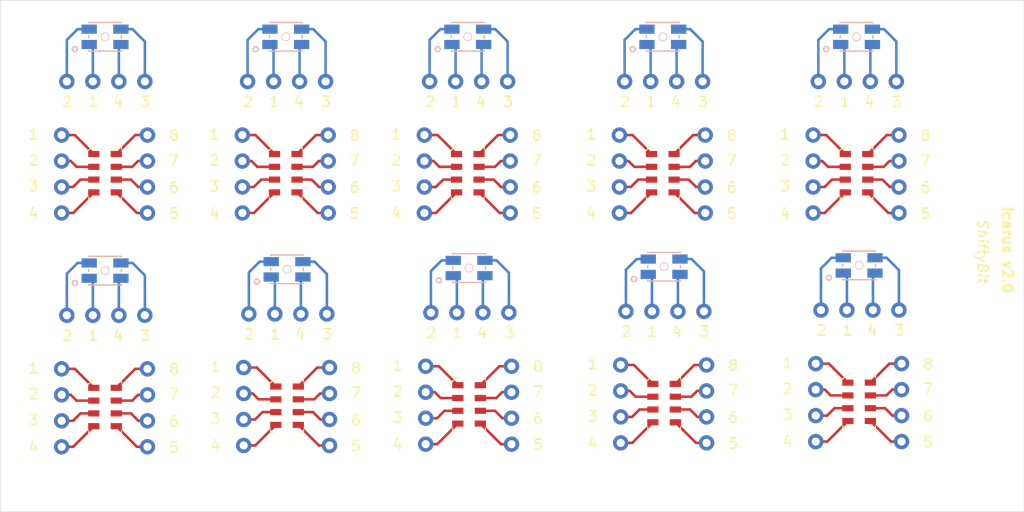
<source format=kicad_pcb>
(kicad_pcb (version 20171130) (host pcbnew "(5.1.4)-1")

  (general
    (thickness 1.6)
    (drawings 136)
    (tracks 300)
    (zones 0)
    (modules 50)
    (nets 1)
  )

  (page A4)
  (layers
    (0 F.Cu signal)
    (31 B.Cu signal)
    (32 B.Adhes user)
    (33 F.Adhes user)
    (34 B.Paste user)
    (35 F.Paste user)
    (36 B.SilkS user)
    (37 F.SilkS user)
    (38 B.Mask user)
    (39 F.Mask user)
    (40 Dwgs.User user)
    (41 Cmts.User user)
    (42 Eco1.User user)
    (43 Eco2.User user)
    (44 Edge.Cuts user)
    (45 Margin user)
    (46 B.CrtYd user)
    (47 F.CrtYd user)
    (48 B.Fab user)
    (49 F.Fab user hide)
  )

  (setup
    (last_trace_width 0.25)
    (trace_clearance 0.2)
    (zone_clearance 0.508)
    (zone_45_only no)
    (trace_min 0.2)
    (via_size 0.8)
    (via_drill 0.4)
    (via_min_size 0.4)
    (via_min_drill 0.3)
    (uvia_size 0.3)
    (uvia_drill 0.1)
    (uvias_allowed no)
    (uvia_min_size 0.2)
    (uvia_min_drill 0.1)
    (edge_width 0.05)
    (segment_width 0.2)
    (pcb_text_width 0.3)
    (pcb_text_size 1.5 1.5)
    (mod_edge_width 0.12)
    (mod_text_size 1 1)
    (mod_text_width 0.15)
    (pad_size 1.524 1.524)
    (pad_drill 0.762)
    (pad_to_mask_clearance 0.051)
    (solder_mask_min_width 0.25)
    (aux_axis_origin 0 0)
    (visible_elements FFFFFF7F)
    (pcbplotparams
      (layerselection 0x010fc_ffffffff)
      (usegerberextensions false)
      (usegerberattributes false)
      (usegerberadvancedattributes false)
      (creategerberjobfile false)
      (excludeedgelayer true)
      (linewidth 0.100000)
      (plotframeref false)
      (viasonmask false)
      (mode 1)
      (useauxorigin false)
      (hpglpennumber 1)
      (hpglpenspeed 20)
      (hpglpendiameter 15.000000)
      (psnegative false)
      (psa4output false)
      (plotreference true)
      (plotvalue true)
      (plotinvisibletext false)
      (padsonsilk false)
      (subtractmaskfromsilk false)
      (outputformat 1)
      (mirror false)
      (drillshape 0)
      (scaleselection 1)
      (outputdirectory "bob_ws2811_gerber"))
  )

  (net 0 "")

  (net_class Default "This is the default net class."
    (clearance 0.2)
    (trace_width 0.25)
    (via_dia 0.8)
    (via_drill 0.4)
    (uvia_dia 0.3)
    (uvia_drill 0.1)
  )

  (module TEST2:4x1_ProtoBoard (layer F.Cu) (tedit 5DD41864) (tstamp 5DD43947)
    (at 183.642 32.893 90)
    (fp_text reference REF** (at 0 0.5 90) (layer F.SilkS) hide
      (effects (font (size 1 1) (thickness 0.15)))
    )
    (fp_text value 4x1_ProtoBoard (at 0 -0.5 90) (layer F.Fab)
      (effects (font (size 1 1) (thickness 0.15)))
    )
    (pad 4 thru_hole circle (at -0.048 3.889 90) (size 1.5 1.5) (drill 0.8) (layers *.Cu *.Mask))
    (pad 3 thru_hole circle (at -0.048 1.349 90) (size 1.5 1.5) (drill 0.8) (layers *.Cu *.Mask))
    (pad 2 thru_hole circle (at -0.048 -1.191 90) (size 1.5 1.5) (drill 0.8) (layers *.Cu *.Mask))
    (pad 1 thru_hole circle (at -0.048 -3.731 90) (size 1.5 1.5) (drill 0.8) (layers *.Cu *.Mask))
  )

  (module TEST2:4x1_ProtoBoard (layer F.Cu) (tedit 5DD41864) (tstamp 5DD43940)
    (at 187.833 41.91)
    (fp_text reference REF** (at 0 0.5) (layer F.SilkS) hide
      (effects (font (size 1 1) (thickness 0.15)))
    )
    (fp_text value 4x1_ProtoBoard (at 0 -0.5) (layer F.Fab)
      (effects (font (size 1 1) (thickness 0.15)))
    )
    (pad 1 thru_hole circle (at -0.048 -3.731) (size 1.5 1.5) (drill 0.8) (layers *.Cu *.Mask))
    (pad 2 thru_hole circle (at -0.048 -1.191) (size 1.5 1.5) (drill 0.8) (layers *.Cu *.Mask))
    (pad 3 thru_hole circle (at -0.048 1.349) (size 1.5 1.5) (drill 0.8) (layers *.Cu *.Mask))
    (pad 4 thru_hole circle (at -0.048 3.889) (size 1.5 1.5) (drill 0.8) (layers *.Cu *.Mask))
  )

  (module ATLANTA:SMD-8_5x3mm (layer F.Cu) (tedit 5D28A4D3) (tstamp 5DD43922)
    (at 183.642 41.91)
    (descr http://www.te.com/commerce/DocumentDelivery/DDEController?Action=srchrtrv&DocNm=MS5607-02BA03&DocType=Data+Sheet&DocLang=English)
    (attr smd)
    (fp_text reference REF** (at 0 -3.65) (layer F.SilkS) hide
      (effects (font (size 1 1) (thickness 0.15)))
    )
    (fp_text value SMD-8_5x3mm (at 0 3.9) (layer F.Fab)
      (effects (font (size 1 1) (thickness 0.15)))
    )
    (fp_line (start 1.5 -2.5) (end 1.5 2.5) (layer F.Fab) (width 0.1))
    (fp_line (start -1.5 2.5) (end 1.5 2.5) (layer F.Fab) (width 0.1))
    (fp_text user %R (at 0 0) (layer F.Fab)
      (effects (font (size 1 1) (thickness 0.15)))
    )
    (fp_line (start -1.5 -2.2) (end -1.2 -2.5) (layer F.Fab) (width 0.1))
    (fp_line (start -1.2 -2.5) (end 1.5 -2.5) (layer F.Fab) (width 0.1))
    (fp_line (start -1.5 -2.2) (end -1.5 2.5) (layer F.Fab) (width 0.1))
    (fp_line (start 1.6 2.6) (end 1.35 2.6) (layer F.SilkS) (width 0.1))
    (fp_line (start 1.6 2.6) (end 1.6 2.35) (layer F.SilkS) (width 0.1))
    (fp_line (start -1.6 2.6) (end -1.6 2.35) (layer F.SilkS) (width 0.1))
    (fp_line (start -1.6 2.6) (end -1.35 2.6) (layer F.SilkS) (width 0.1))
    (fp_line (start -1.25 -2.6) (end -1 -2.6) (layer F.SilkS) (width 0.1))
    (fp_line (start -1.75 -2.25) (end -1.6 -2.25) (layer F.SilkS) (width 0.1))
    (fp_line (start 1.6 -2.6) (end 1.35 -2.6) (layer F.SilkS) (width 0.1))
    (fp_line (start 1.6 -2.6) (end 1.6 -2.35) (layer F.SilkS) (width 0.1))
    (fp_line (start -1.6 -2.25) (end -1.25 -2.6) (layer F.SilkS) (width 0.1))
    (fp_line (start 1.9 -2.75) (end -1.9 -2.75) (layer F.CrtYd) (width 0.05))
    (fp_line (start 1.9 -2.75) (end 1.9 2.75) (layer F.CrtYd) (width 0.05))
    (fp_line (start -1.9 -2.75) (end -1.9 2.75) (layer F.CrtYd) (width 0.05))
    (fp_line (start 1.9 2.75) (end -1.9 2.75) (layer F.CrtYd) (width 0.05))
    (pad 8 smd rect (at 1.1 -1.875) (size 1.1 0.6) (layers F.Cu F.Paste F.Mask))
    (pad 7 smd rect (at 1.1 -0.625) (size 1.1 0.6) (layers F.Cu F.Paste F.Mask))
    (pad 6 smd rect (at 1.1 0.625) (size 1.1 0.6) (layers F.Cu F.Paste F.Mask))
    (pad 5 smd rect (at 1.1 1.875) (size 1.1 0.6) (layers F.Cu F.Paste F.Mask))
    (pad 4 smd rect (at -1.1 1.875) (size 1.1 0.6) (layers F.Cu F.Paste F.Mask))
    (pad 3 smd rect (at -1.1 0.625) (size 1.1 0.6) (layers F.Cu F.Paste F.Mask))
    (pad 2 smd rect (at -1.1 -0.625) (size 1.1 0.6) (layers F.Cu F.Paste F.Mask))
    (pad 1 smd rect (at -1.1 -1.875) (size 1.1 0.6) (layers F.Cu F.Paste F.Mask))
  )

  (module TEST2:4x1_ProtoBoard (layer F.Cu) (tedit 5DD41864) (tstamp 5DD4391B)
    (at 179.451 41.91)
    (fp_text reference REF** (at 0 0.5) (layer F.SilkS) hide
      (effects (font (size 1 1) (thickness 0.15)))
    )
    (fp_text value 4x1_ProtoBoard (at 0 -0.5) (layer F.Fab)
      (effects (font (size 1 1) (thickness 0.15)))
    )
    (pad 4 thru_hole circle (at -0.048 3.889) (size 1.5 1.5) (drill 0.8) (layers *.Cu *.Mask))
    (pad 3 thru_hole circle (at -0.048 1.349) (size 1.5 1.5) (drill 0.8) (layers *.Cu *.Mask))
    (pad 2 thru_hole circle (at -0.048 -1.191) (size 1.5 1.5) (drill 0.8) (layers *.Cu *.Mask))
    (pad 1 thru_hole circle (at -0.048 -3.731) (size 1.5 1.5) (drill 0.8) (layers *.Cu *.Mask))
  )

  (module PLCC4:MF_LEDs-PLCC4 (layer B.Cu) (tedit 590423DA) (tstamp 5DD438F3)
    (at 183.642 28.575)
    (descr "DESCRIPTION: FOOTPRINT FOR LEDS IN PLCC4 STANDAR21")
    (tags "DESCRIPTION: FOOTPRINT FOR LEDS IN PLCC4 STANDAR21")
    (solder_mask_margin 0.1016)
    (clearance 0.1016)
    (attr smd)
    (fp_text reference REF** (at 0.9398 2.20726) (layer B.SilkS) hide
      (effects (font (size 1.016 1.016) (thickness 0.1524)) (justify mirror))
    )
    (fp_text value VAL** (at 0.9398 3.73126) (layer B.Fab) hide
      (effects (font (size 1.016 1.016) (thickness 0.1524)) (justify mirror))
    )
    (fp_circle (center 0 0) (end -0.2794 -0.2794) (layer B.SilkS) (width 0.0635))
    (fp_line (start -3.19024 1.25984) (end -3.19786 1.1938) (layer B.SilkS) (width 0.127))
    (fp_line (start -3.16484 1.3208) (end -3.19024 1.25984) (layer B.SilkS) (width 0.127))
    (fp_line (start -3.1242 1.37414) (end -3.16484 1.3208) (layer B.SilkS) (width 0.127))
    (fp_line (start -3.07086 1.41478) (end -3.1242 1.37414) (layer B.SilkS) (width 0.127))
    (fp_line (start -3.0099 1.44018) (end -3.07086 1.41478) (layer B.SilkS) (width 0.127))
    (fp_line (start -2.94386 1.4478) (end -3.0099 1.44018) (layer B.SilkS) (width 0.127))
    (fp_line (start -2.88036 1.44018) (end -2.94386 1.4478) (layer B.SilkS) (width 0.127))
    (fp_line (start -2.82194 1.41478) (end -2.88036 1.44018) (layer B.SilkS) (width 0.127))
    (fp_line (start -2.77114 1.37668) (end -2.82194 1.41478) (layer B.SilkS) (width 0.127))
    (fp_line (start -2.7305 1.32588) (end -2.77114 1.37668) (layer B.SilkS) (width 0.127))
    (fp_line (start -2.70764 1.26746) (end -2.7305 1.32588) (layer B.SilkS) (width 0.127))
    (fp_line (start -2.69748 1.20396) (end -2.70764 1.26746) (layer B.SilkS) (width 0.127))
    (fp_line (start -2.70764 1.13792) (end -2.69748 1.20396) (layer B.SilkS) (width 0.127))
    (fp_line (start -2.73304 1.07696) (end -2.70764 1.13792) (layer B.SilkS) (width 0.127))
    (fp_line (start -2.77368 1.02362) (end -2.73304 1.07696) (layer B.SilkS) (width 0.127))
    (fp_line (start -2.82448 0.98298) (end -2.77368 1.02362) (layer B.SilkS) (width 0.127))
    (fp_line (start -2.88798 0.95758) (end -2.82448 0.98298) (layer B.SilkS) (width 0.127))
    (fp_line (start -2.95148 0.94996) (end -2.88798 0.95758) (layer B.SilkS) (width 0.127))
    (fp_line (start -3.01752 0.95758) (end -2.95148 0.94996) (layer B.SilkS) (width 0.127))
    (fp_line (start -3.07594 0.98044) (end -3.01752 0.95758) (layer B.SilkS) (width 0.127))
    (fp_line (start -3.12674 1.02108) (end -3.07594 0.98044) (layer B.SilkS) (width 0.127))
    (fp_line (start -3.16484 1.07188) (end -3.12674 1.02108) (layer B.SilkS) (width 0.127))
    (fp_line (start -3.19024 1.1303) (end -3.16484 1.07188) (layer B.SilkS) (width 0.127))
    (fp_line (start -3.19786 1.1938) (end -3.19024 1.1303) (layer B.SilkS) (width 0.127))
    (fp_line (start -1.59766 1.39954) (end -1.59766 1.34874) (layer B.SilkS) (width 0.127))
    (fp_line (start -1.59766 -1.39954) (end -1.59766 -1.34874) (layer B.SilkS) (width 0.127))
    (fp_line (start 1.59766 1.39954) (end 1.59766 1.34874) (layer B.SilkS) (width 0.127))
    (fp_line (start 1.59766 -1.39954) (end 1.59766 -1.34874) (layer B.SilkS) (width 0.127))
    (fp_line (start 1.59766 -0.14986) (end 1.59766 0.14986) (layer B.SilkS) (width 0.127))
    (fp_line (start -1.59766 -0.14986) (end -1.59766 0.09906) (layer B.SilkS) (width 0.127))
    (fp_line (start 1.59766 -1.39954) (end -1.59766 -1.39954) (layer B.SilkS) (width 0.127))
    (fp_line (start -1.59766 1.39954) (end 1.59766 1.39954) (layer B.SilkS) (width 0.127))
    (pad 4 smd rect (at 1.5494 0.7493 270) (size 0.89916 1.4986) (layers B.Cu B.Paste B.Mask))
    (pad 3 smd rect (at 1.5494 -0.7493 270) (size 0.89916 1.4986) (layers B.Cu B.Paste B.Mask))
    (pad 2 smd rect (at -1.5494 -0.7493 270) (size 0.89916 1.4986) (layers B.Cu B.Paste B.Mask))
    (pad 1 smd rect (at -1.5494 0.7493 270) (size 0.89916 1.4986) (layers B.Cu B.Paste B.Mask))
  )

  (module TEST2:4x1_ProtoBoard (layer F.Cu) (tedit 5DD41864) (tstamp 5DD43838)
    (at 164.719 32.893 90)
    (fp_text reference REF** (at 0 0.5 90) (layer F.SilkS) hide
      (effects (font (size 1 1) (thickness 0.15)))
    )
    (fp_text value 4x1_ProtoBoard (at 0 -0.5 90) (layer F.Fab)
      (effects (font (size 1 1) (thickness 0.15)))
    )
    (pad 1 thru_hole circle (at -0.048 -3.731 90) (size 1.5 1.5) (drill 0.8) (layers *.Cu *.Mask))
    (pad 2 thru_hole circle (at -0.048 -1.191 90) (size 1.5 1.5) (drill 0.8) (layers *.Cu *.Mask))
    (pad 3 thru_hole circle (at -0.048 1.349 90) (size 1.5 1.5) (drill 0.8) (layers *.Cu *.Mask))
    (pad 4 thru_hole circle (at -0.048 3.889 90) (size 1.5 1.5) (drill 0.8) (layers *.Cu *.Mask))
  )

  (module TEST2:4x1_ProtoBoard (layer F.Cu) (tedit 5DD41864) (tstamp 5DD43831)
    (at 168.91 41.91)
    (fp_text reference REF** (at 0 0.5) (layer F.SilkS) hide
      (effects (font (size 1 1) (thickness 0.15)))
    )
    (fp_text value 4x1_ProtoBoard (at 0 -0.5) (layer F.Fab)
      (effects (font (size 1 1) (thickness 0.15)))
    )
    (pad 4 thru_hole circle (at -0.048 3.889) (size 1.5 1.5) (drill 0.8) (layers *.Cu *.Mask))
    (pad 3 thru_hole circle (at -0.048 1.349) (size 1.5 1.5) (drill 0.8) (layers *.Cu *.Mask))
    (pad 2 thru_hole circle (at -0.048 -1.191) (size 1.5 1.5) (drill 0.8) (layers *.Cu *.Mask))
    (pad 1 thru_hole circle (at -0.048 -3.731) (size 1.5 1.5) (drill 0.8) (layers *.Cu *.Mask))
  )

  (module ATLANTA:SMD-8_5x3mm (layer F.Cu) (tedit 5D28A4D3) (tstamp 5DD43813)
    (at 164.719 41.91)
    (descr http://www.te.com/commerce/DocumentDelivery/DDEController?Action=srchrtrv&DocNm=MS5607-02BA03&DocType=Data+Sheet&DocLang=English)
    (attr smd)
    (fp_text reference REF** (at 0 -3.65) (layer F.SilkS) hide
      (effects (font (size 1 1) (thickness 0.15)))
    )
    (fp_text value SMD-8_5x3mm (at 0 3.9) (layer F.Fab)
      (effects (font (size 1 1) (thickness 0.15)))
    )
    (fp_line (start 1.9 2.75) (end -1.9 2.75) (layer F.CrtYd) (width 0.05))
    (fp_line (start -1.9 -2.75) (end -1.9 2.75) (layer F.CrtYd) (width 0.05))
    (fp_line (start 1.9 -2.75) (end 1.9 2.75) (layer F.CrtYd) (width 0.05))
    (fp_line (start 1.9 -2.75) (end -1.9 -2.75) (layer F.CrtYd) (width 0.05))
    (fp_line (start -1.6 -2.25) (end -1.25 -2.6) (layer F.SilkS) (width 0.1))
    (fp_line (start 1.6 -2.6) (end 1.6 -2.35) (layer F.SilkS) (width 0.1))
    (fp_line (start 1.6 -2.6) (end 1.35 -2.6) (layer F.SilkS) (width 0.1))
    (fp_line (start -1.75 -2.25) (end -1.6 -2.25) (layer F.SilkS) (width 0.1))
    (fp_line (start -1.25 -2.6) (end -1 -2.6) (layer F.SilkS) (width 0.1))
    (fp_line (start -1.6 2.6) (end -1.35 2.6) (layer F.SilkS) (width 0.1))
    (fp_line (start -1.6 2.6) (end -1.6 2.35) (layer F.SilkS) (width 0.1))
    (fp_line (start 1.6 2.6) (end 1.6 2.35) (layer F.SilkS) (width 0.1))
    (fp_line (start 1.6 2.6) (end 1.35 2.6) (layer F.SilkS) (width 0.1))
    (fp_line (start -1.5 -2.2) (end -1.5 2.5) (layer F.Fab) (width 0.1))
    (fp_line (start -1.2 -2.5) (end 1.5 -2.5) (layer F.Fab) (width 0.1))
    (fp_line (start -1.5 -2.2) (end -1.2 -2.5) (layer F.Fab) (width 0.1))
    (fp_text user %R (at 0 0) (layer F.Fab)
      (effects (font (size 1 1) (thickness 0.15)))
    )
    (fp_line (start -1.5 2.5) (end 1.5 2.5) (layer F.Fab) (width 0.1))
    (fp_line (start 1.5 -2.5) (end 1.5 2.5) (layer F.Fab) (width 0.1))
    (pad 1 smd rect (at -1.1 -1.875) (size 1.1 0.6) (layers F.Cu F.Paste F.Mask))
    (pad 2 smd rect (at -1.1 -0.625) (size 1.1 0.6) (layers F.Cu F.Paste F.Mask))
    (pad 3 smd rect (at -1.1 0.625) (size 1.1 0.6) (layers F.Cu F.Paste F.Mask))
    (pad 4 smd rect (at -1.1 1.875) (size 1.1 0.6) (layers F.Cu F.Paste F.Mask))
    (pad 5 smd rect (at 1.1 1.875) (size 1.1 0.6) (layers F.Cu F.Paste F.Mask))
    (pad 6 smd rect (at 1.1 0.625) (size 1.1 0.6) (layers F.Cu F.Paste F.Mask))
    (pad 7 smd rect (at 1.1 -0.625) (size 1.1 0.6) (layers F.Cu F.Paste F.Mask))
    (pad 8 smd rect (at 1.1 -1.875) (size 1.1 0.6) (layers F.Cu F.Paste F.Mask))
  )

  (module TEST2:4x1_ProtoBoard (layer F.Cu) (tedit 5DD41864) (tstamp 5DD4380C)
    (at 160.528 41.91)
    (fp_text reference REF** (at 0 0.5) (layer F.SilkS) hide
      (effects (font (size 1 1) (thickness 0.15)))
    )
    (fp_text value 4x1_ProtoBoard (at 0 -0.5) (layer F.Fab)
      (effects (font (size 1 1) (thickness 0.15)))
    )
    (pad 1 thru_hole circle (at -0.048 -3.731) (size 1.5 1.5) (drill 0.8) (layers *.Cu *.Mask))
    (pad 2 thru_hole circle (at -0.048 -1.191) (size 1.5 1.5) (drill 0.8) (layers *.Cu *.Mask))
    (pad 3 thru_hole circle (at -0.048 1.349) (size 1.5 1.5) (drill 0.8) (layers *.Cu *.Mask))
    (pad 4 thru_hole circle (at -0.048 3.889) (size 1.5 1.5) (drill 0.8) (layers *.Cu *.Mask))
  )

  (module PLCC4:MF_LEDs-PLCC4 (layer B.Cu) (tedit 590423DA) (tstamp 5DD437E4)
    (at 164.719 28.575)
    (descr "DESCRIPTION: FOOTPRINT FOR LEDS IN PLCC4 STANDAR21")
    (tags "DESCRIPTION: FOOTPRINT FOR LEDS IN PLCC4 STANDAR21")
    (solder_mask_margin 0.1016)
    (clearance 0.1016)
    (attr smd)
    (fp_text reference REF** (at 0.9398 2.20726) (layer B.SilkS) hide
      (effects (font (size 1.016 1.016) (thickness 0.1524)) (justify mirror))
    )
    (fp_text value VAL** (at 0.9398 3.73126) (layer B.Fab) hide
      (effects (font (size 1.016 1.016) (thickness 0.1524)) (justify mirror))
    )
    (fp_line (start -1.59766 1.39954) (end 1.59766 1.39954) (layer B.SilkS) (width 0.127))
    (fp_line (start 1.59766 -1.39954) (end -1.59766 -1.39954) (layer B.SilkS) (width 0.127))
    (fp_line (start -1.59766 -0.14986) (end -1.59766 0.09906) (layer B.SilkS) (width 0.127))
    (fp_line (start 1.59766 -0.14986) (end 1.59766 0.14986) (layer B.SilkS) (width 0.127))
    (fp_line (start 1.59766 -1.39954) (end 1.59766 -1.34874) (layer B.SilkS) (width 0.127))
    (fp_line (start 1.59766 1.39954) (end 1.59766 1.34874) (layer B.SilkS) (width 0.127))
    (fp_line (start -1.59766 -1.39954) (end -1.59766 -1.34874) (layer B.SilkS) (width 0.127))
    (fp_line (start -1.59766 1.39954) (end -1.59766 1.34874) (layer B.SilkS) (width 0.127))
    (fp_line (start -3.19786 1.1938) (end -3.19024 1.1303) (layer B.SilkS) (width 0.127))
    (fp_line (start -3.19024 1.1303) (end -3.16484 1.07188) (layer B.SilkS) (width 0.127))
    (fp_line (start -3.16484 1.07188) (end -3.12674 1.02108) (layer B.SilkS) (width 0.127))
    (fp_line (start -3.12674 1.02108) (end -3.07594 0.98044) (layer B.SilkS) (width 0.127))
    (fp_line (start -3.07594 0.98044) (end -3.01752 0.95758) (layer B.SilkS) (width 0.127))
    (fp_line (start -3.01752 0.95758) (end -2.95148 0.94996) (layer B.SilkS) (width 0.127))
    (fp_line (start -2.95148 0.94996) (end -2.88798 0.95758) (layer B.SilkS) (width 0.127))
    (fp_line (start -2.88798 0.95758) (end -2.82448 0.98298) (layer B.SilkS) (width 0.127))
    (fp_line (start -2.82448 0.98298) (end -2.77368 1.02362) (layer B.SilkS) (width 0.127))
    (fp_line (start -2.77368 1.02362) (end -2.73304 1.07696) (layer B.SilkS) (width 0.127))
    (fp_line (start -2.73304 1.07696) (end -2.70764 1.13792) (layer B.SilkS) (width 0.127))
    (fp_line (start -2.70764 1.13792) (end -2.69748 1.20396) (layer B.SilkS) (width 0.127))
    (fp_line (start -2.69748 1.20396) (end -2.70764 1.26746) (layer B.SilkS) (width 0.127))
    (fp_line (start -2.70764 1.26746) (end -2.7305 1.32588) (layer B.SilkS) (width 0.127))
    (fp_line (start -2.7305 1.32588) (end -2.77114 1.37668) (layer B.SilkS) (width 0.127))
    (fp_line (start -2.77114 1.37668) (end -2.82194 1.41478) (layer B.SilkS) (width 0.127))
    (fp_line (start -2.82194 1.41478) (end -2.88036 1.44018) (layer B.SilkS) (width 0.127))
    (fp_line (start -2.88036 1.44018) (end -2.94386 1.4478) (layer B.SilkS) (width 0.127))
    (fp_line (start -2.94386 1.4478) (end -3.0099 1.44018) (layer B.SilkS) (width 0.127))
    (fp_line (start -3.0099 1.44018) (end -3.07086 1.41478) (layer B.SilkS) (width 0.127))
    (fp_line (start -3.07086 1.41478) (end -3.1242 1.37414) (layer B.SilkS) (width 0.127))
    (fp_line (start -3.1242 1.37414) (end -3.16484 1.3208) (layer B.SilkS) (width 0.127))
    (fp_line (start -3.16484 1.3208) (end -3.19024 1.25984) (layer B.SilkS) (width 0.127))
    (fp_line (start -3.19024 1.25984) (end -3.19786 1.1938) (layer B.SilkS) (width 0.127))
    (fp_circle (center 0 0) (end -0.2794 -0.2794) (layer B.SilkS) (width 0.0635))
    (pad 1 smd rect (at -1.5494 0.7493 270) (size 0.89916 1.4986) (layers B.Cu B.Paste B.Mask))
    (pad 2 smd rect (at -1.5494 -0.7493 270) (size 0.89916 1.4986) (layers B.Cu B.Paste B.Mask))
    (pad 3 smd rect (at 1.5494 -0.7493 270) (size 0.89916 1.4986) (layers B.Cu B.Paste B.Mask))
    (pad 4 smd rect (at 1.5494 0.7493 270) (size 0.89916 1.4986) (layers B.Cu B.Paste B.Mask))
  )

  (module TEST2:4x1_ProtoBoard (layer F.Cu) (tedit 5DD41864) (tstamp 5DD43728)
    (at 145.669 32.893 90)
    (fp_text reference REF** (at 0 0.5 90) (layer F.SilkS) hide
      (effects (font (size 1 1) (thickness 0.15)))
    )
    (fp_text value 4x1_ProtoBoard (at 0 -0.5 90) (layer F.Fab)
      (effects (font (size 1 1) (thickness 0.15)))
    )
    (pad 4 thru_hole circle (at -0.048 3.889 90) (size 1.5 1.5) (drill 0.8) (layers *.Cu *.Mask))
    (pad 3 thru_hole circle (at -0.048 1.349 90) (size 1.5 1.5) (drill 0.8) (layers *.Cu *.Mask))
    (pad 2 thru_hole circle (at -0.048 -1.191 90) (size 1.5 1.5) (drill 0.8) (layers *.Cu *.Mask))
    (pad 1 thru_hole circle (at -0.048 -3.731 90) (size 1.5 1.5) (drill 0.8) (layers *.Cu *.Mask))
  )

  (module TEST2:4x1_ProtoBoard (layer F.Cu) (tedit 5DD41864) (tstamp 5DD43721)
    (at 149.86 41.91)
    (fp_text reference REF** (at 0 0.5) (layer F.SilkS) hide
      (effects (font (size 1 1) (thickness 0.15)))
    )
    (fp_text value 4x1_ProtoBoard (at 0 -0.5) (layer F.Fab)
      (effects (font (size 1 1) (thickness 0.15)))
    )
    (pad 1 thru_hole circle (at -0.048 -3.731) (size 1.5 1.5) (drill 0.8) (layers *.Cu *.Mask))
    (pad 2 thru_hole circle (at -0.048 -1.191) (size 1.5 1.5) (drill 0.8) (layers *.Cu *.Mask))
    (pad 3 thru_hole circle (at -0.048 1.349) (size 1.5 1.5) (drill 0.8) (layers *.Cu *.Mask))
    (pad 4 thru_hole circle (at -0.048 3.889) (size 1.5 1.5) (drill 0.8) (layers *.Cu *.Mask))
  )

  (module ATLANTA:SMD-8_5x3mm (layer F.Cu) (tedit 5D28A4D3) (tstamp 5DD43703)
    (at 145.669 41.91)
    (descr http://www.te.com/commerce/DocumentDelivery/DDEController?Action=srchrtrv&DocNm=MS5607-02BA03&DocType=Data+Sheet&DocLang=English)
    (attr smd)
    (fp_text reference REF** (at 0 -3.65) (layer F.SilkS) hide
      (effects (font (size 1 1) (thickness 0.15)))
    )
    (fp_text value SMD-8_5x3mm (at 0 3.9) (layer F.Fab)
      (effects (font (size 1 1) (thickness 0.15)))
    )
    (fp_line (start 1.5 -2.5) (end 1.5 2.5) (layer F.Fab) (width 0.1))
    (fp_line (start -1.5 2.5) (end 1.5 2.5) (layer F.Fab) (width 0.1))
    (fp_text user %R (at 0 0) (layer F.Fab)
      (effects (font (size 1 1) (thickness 0.15)))
    )
    (fp_line (start -1.5 -2.2) (end -1.2 -2.5) (layer F.Fab) (width 0.1))
    (fp_line (start -1.2 -2.5) (end 1.5 -2.5) (layer F.Fab) (width 0.1))
    (fp_line (start -1.5 -2.2) (end -1.5 2.5) (layer F.Fab) (width 0.1))
    (fp_line (start 1.6 2.6) (end 1.35 2.6) (layer F.SilkS) (width 0.1))
    (fp_line (start 1.6 2.6) (end 1.6 2.35) (layer F.SilkS) (width 0.1))
    (fp_line (start -1.6 2.6) (end -1.6 2.35) (layer F.SilkS) (width 0.1))
    (fp_line (start -1.6 2.6) (end -1.35 2.6) (layer F.SilkS) (width 0.1))
    (fp_line (start -1.25 -2.6) (end -1 -2.6) (layer F.SilkS) (width 0.1))
    (fp_line (start -1.75 -2.25) (end -1.6 -2.25) (layer F.SilkS) (width 0.1))
    (fp_line (start 1.6 -2.6) (end 1.35 -2.6) (layer F.SilkS) (width 0.1))
    (fp_line (start 1.6 -2.6) (end 1.6 -2.35) (layer F.SilkS) (width 0.1))
    (fp_line (start -1.6 -2.25) (end -1.25 -2.6) (layer F.SilkS) (width 0.1))
    (fp_line (start 1.9 -2.75) (end -1.9 -2.75) (layer F.CrtYd) (width 0.05))
    (fp_line (start 1.9 -2.75) (end 1.9 2.75) (layer F.CrtYd) (width 0.05))
    (fp_line (start -1.9 -2.75) (end -1.9 2.75) (layer F.CrtYd) (width 0.05))
    (fp_line (start 1.9 2.75) (end -1.9 2.75) (layer F.CrtYd) (width 0.05))
    (pad 8 smd rect (at 1.1 -1.875) (size 1.1 0.6) (layers F.Cu F.Paste F.Mask))
    (pad 7 smd rect (at 1.1 -0.625) (size 1.1 0.6) (layers F.Cu F.Paste F.Mask))
    (pad 6 smd rect (at 1.1 0.625) (size 1.1 0.6) (layers F.Cu F.Paste F.Mask))
    (pad 5 smd rect (at 1.1 1.875) (size 1.1 0.6) (layers F.Cu F.Paste F.Mask))
    (pad 4 smd rect (at -1.1 1.875) (size 1.1 0.6) (layers F.Cu F.Paste F.Mask))
    (pad 3 smd rect (at -1.1 0.625) (size 1.1 0.6) (layers F.Cu F.Paste F.Mask))
    (pad 2 smd rect (at -1.1 -0.625) (size 1.1 0.6) (layers F.Cu F.Paste F.Mask))
    (pad 1 smd rect (at -1.1 -1.875) (size 1.1 0.6) (layers F.Cu F.Paste F.Mask))
  )

  (module TEST2:4x1_ProtoBoard (layer F.Cu) (tedit 5DD41864) (tstamp 5DD436FC)
    (at 141.478 41.91)
    (fp_text reference REF** (at 0 0.5) (layer F.SilkS) hide
      (effects (font (size 1 1) (thickness 0.15)))
    )
    (fp_text value 4x1_ProtoBoard (at 0 -0.5) (layer F.Fab)
      (effects (font (size 1 1) (thickness 0.15)))
    )
    (pad 4 thru_hole circle (at -0.048 3.889) (size 1.5 1.5) (drill 0.8) (layers *.Cu *.Mask))
    (pad 3 thru_hole circle (at -0.048 1.349) (size 1.5 1.5) (drill 0.8) (layers *.Cu *.Mask))
    (pad 2 thru_hole circle (at -0.048 -1.191) (size 1.5 1.5) (drill 0.8) (layers *.Cu *.Mask))
    (pad 1 thru_hole circle (at -0.048 -3.731) (size 1.5 1.5) (drill 0.8) (layers *.Cu *.Mask))
  )

  (module PLCC4:MF_LEDs-PLCC4 (layer B.Cu) (tedit 590423DA) (tstamp 5DD436D4)
    (at 145.669 28.575)
    (descr "DESCRIPTION: FOOTPRINT FOR LEDS IN PLCC4 STANDAR21")
    (tags "DESCRIPTION: FOOTPRINT FOR LEDS IN PLCC4 STANDAR21")
    (solder_mask_margin 0.1016)
    (clearance 0.1016)
    (attr smd)
    (fp_text reference REF** (at 0.9398 2.20726) (layer B.SilkS) hide
      (effects (font (size 1.016 1.016) (thickness 0.1524)) (justify mirror))
    )
    (fp_text value VAL** (at 0.9398 3.73126) (layer B.Fab) hide
      (effects (font (size 1.016 1.016) (thickness 0.1524)) (justify mirror))
    )
    (fp_circle (center 0 0) (end -0.2794 -0.2794) (layer B.SilkS) (width 0.0635))
    (fp_line (start -3.19024 1.25984) (end -3.19786 1.1938) (layer B.SilkS) (width 0.127))
    (fp_line (start -3.16484 1.3208) (end -3.19024 1.25984) (layer B.SilkS) (width 0.127))
    (fp_line (start -3.1242 1.37414) (end -3.16484 1.3208) (layer B.SilkS) (width 0.127))
    (fp_line (start -3.07086 1.41478) (end -3.1242 1.37414) (layer B.SilkS) (width 0.127))
    (fp_line (start -3.0099 1.44018) (end -3.07086 1.41478) (layer B.SilkS) (width 0.127))
    (fp_line (start -2.94386 1.4478) (end -3.0099 1.44018) (layer B.SilkS) (width 0.127))
    (fp_line (start -2.88036 1.44018) (end -2.94386 1.4478) (layer B.SilkS) (width 0.127))
    (fp_line (start -2.82194 1.41478) (end -2.88036 1.44018) (layer B.SilkS) (width 0.127))
    (fp_line (start -2.77114 1.37668) (end -2.82194 1.41478) (layer B.SilkS) (width 0.127))
    (fp_line (start -2.7305 1.32588) (end -2.77114 1.37668) (layer B.SilkS) (width 0.127))
    (fp_line (start -2.70764 1.26746) (end -2.7305 1.32588) (layer B.SilkS) (width 0.127))
    (fp_line (start -2.69748 1.20396) (end -2.70764 1.26746) (layer B.SilkS) (width 0.127))
    (fp_line (start -2.70764 1.13792) (end -2.69748 1.20396) (layer B.SilkS) (width 0.127))
    (fp_line (start -2.73304 1.07696) (end -2.70764 1.13792) (layer B.SilkS) (width 0.127))
    (fp_line (start -2.77368 1.02362) (end -2.73304 1.07696) (layer B.SilkS) (width 0.127))
    (fp_line (start -2.82448 0.98298) (end -2.77368 1.02362) (layer B.SilkS) (width 0.127))
    (fp_line (start -2.88798 0.95758) (end -2.82448 0.98298) (layer B.SilkS) (width 0.127))
    (fp_line (start -2.95148 0.94996) (end -2.88798 0.95758) (layer B.SilkS) (width 0.127))
    (fp_line (start -3.01752 0.95758) (end -2.95148 0.94996) (layer B.SilkS) (width 0.127))
    (fp_line (start -3.07594 0.98044) (end -3.01752 0.95758) (layer B.SilkS) (width 0.127))
    (fp_line (start -3.12674 1.02108) (end -3.07594 0.98044) (layer B.SilkS) (width 0.127))
    (fp_line (start -3.16484 1.07188) (end -3.12674 1.02108) (layer B.SilkS) (width 0.127))
    (fp_line (start -3.19024 1.1303) (end -3.16484 1.07188) (layer B.SilkS) (width 0.127))
    (fp_line (start -3.19786 1.1938) (end -3.19024 1.1303) (layer B.SilkS) (width 0.127))
    (fp_line (start -1.59766 1.39954) (end -1.59766 1.34874) (layer B.SilkS) (width 0.127))
    (fp_line (start -1.59766 -1.39954) (end -1.59766 -1.34874) (layer B.SilkS) (width 0.127))
    (fp_line (start 1.59766 1.39954) (end 1.59766 1.34874) (layer B.SilkS) (width 0.127))
    (fp_line (start 1.59766 -1.39954) (end 1.59766 -1.34874) (layer B.SilkS) (width 0.127))
    (fp_line (start 1.59766 -0.14986) (end 1.59766 0.14986) (layer B.SilkS) (width 0.127))
    (fp_line (start -1.59766 -0.14986) (end -1.59766 0.09906) (layer B.SilkS) (width 0.127))
    (fp_line (start 1.59766 -1.39954) (end -1.59766 -1.39954) (layer B.SilkS) (width 0.127))
    (fp_line (start -1.59766 1.39954) (end 1.59766 1.39954) (layer B.SilkS) (width 0.127))
    (pad 4 smd rect (at 1.5494 0.7493 270) (size 0.89916 1.4986) (layers B.Cu B.Paste B.Mask))
    (pad 3 smd rect (at 1.5494 -0.7493 270) (size 0.89916 1.4986) (layers B.Cu B.Paste B.Mask))
    (pad 2 smd rect (at -1.5494 -0.7493 270) (size 0.89916 1.4986) (layers B.Cu B.Paste B.Mask))
    (pad 1 smd rect (at -1.5494 0.7493 270) (size 0.89916 1.4986) (layers B.Cu B.Paste B.Mask))
  )

  (module TEST2:4x1_ProtoBoard (layer F.Cu) (tedit 5DD41864) (tstamp 5DD43637)
    (at 127.889 32.893 90)
    (fp_text reference REF** (at 0 0.5 90) (layer F.SilkS) hide
      (effects (font (size 1 1) (thickness 0.15)))
    )
    (fp_text value 4x1_ProtoBoard (at 0 -0.5 90) (layer F.Fab)
      (effects (font (size 1 1) (thickness 0.15)))
    )
    (pad 1 thru_hole circle (at -0.048 -3.731 90) (size 1.5 1.5) (drill 0.8) (layers *.Cu *.Mask))
    (pad 2 thru_hole circle (at -0.048 -1.191 90) (size 1.5 1.5) (drill 0.8) (layers *.Cu *.Mask))
    (pad 3 thru_hole circle (at -0.048 1.349 90) (size 1.5 1.5) (drill 0.8) (layers *.Cu *.Mask))
    (pad 4 thru_hole circle (at -0.048 3.889 90) (size 1.5 1.5) (drill 0.8) (layers *.Cu *.Mask))
  )

  (module TEST2:4x1_ProtoBoard (layer F.Cu) (tedit 5DD41864) (tstamp 5DD43630)
    (at 132.08 41.91)
    (fp_text reference REF** (at 0 0.5) (layer F.SilkS) hide
      (effects (font (size 1 1) (thickness 0.15)))
    )
    (fp_text value 4x1_ProtoBoard (at 0 -0.5) (layer F.Fab)
      (effects (font (size 1 1) (thickness 0.15)))
    )
    (pad 4 thru_hole circle (at -0.048 3.889) (size 1.5 1.5) (drill 0.8) (layers *.Cu *.Mask))
    (pad 3 thru_hole circle (at -0.048 1.349) (size 1.5 1.5) (drill 0.8) (layers *.Cu *.Mask))
    (pad 2 thru_hole circle (at -0.048 -1.191) (size 1.5 1.5) (drill 0.8) (layers *.Cu *.Mask))
    (pad 1 thru_hole circle (at -0.048 -3.731) (size 1.5 1.5) (drill 0.8) (layers *.Cu *.Mask))
  )

  (module ATLANTA:SMD-8_5x3mm (layer F.Cu) (tedit 5D28A4D3) (tstamp 5DD435FA)
    (at 127.889 41.91)
    (descr http://www.te.com/commerce/DocumentDelivery/DDEController?Action=srchrtrv&DocNm=MS5607-02BA03&DocType=Data+Sheet&DocLang=English)
    (attr smd)
    (fp_text reference REF** (at 0 -3.65) (layer F.SilkS) hide
      (effects (font (size 1 1) (thickness 0.15)))
    )
    (fp_text value SMD-8_5x3mm (at 0 3.9) (layer F.Fab)
      (effects (font (size 1 1) (thickness 0.15)))
    )
    (fp_line (start 1.9 2.75) (end -1.9 2.75) (layer F.CrtYd) (width 0.05))
    (fp_line (start -1.9 -2.75) (end -1.9 2.75) (layer F.CrtYd) (width 0.05))
    (fp_line (start 1.9 -2.75) (end 1.9 2.75) (layer F.CrtYd) (width 0.05))
    (fp_line (start 1.9 -2.75) (end -1.9 -2.75) (layer F.CrtYd) (width 0.05))
    (fp_line (start -1.6 -2.25) (end -1.25 -2.6) (layer F.SilkS) (width 0.1))
    (fp_line (start 1.6 -2.6) (end 1.6 -2.35) (layer F.SilkS) (width 0.1))
    (fp_line (start 1.6 -2.6) (end 1.35 -2.6) (layer F.SilkS) (width 0.1))
    (fp_line (start -1.75 -2.25) (end -1.6 -2.25) (layer F.SilkS) (width 0.1))
    (fp_line (start -1.25 -2.6) (end -1 -2.6) (layer F.SilkS) (width 0.1))
    (fp_line (start -1.6 2.6) (end -1.35 2.6) (layer F.SilkS) (width 0.1))
    (fp_line (start -1.6 2.6) (end -1.6 2.35) (layer F.SilkS) (width 0.1))
    (fp_line (start 1.6 2.6) (end 1.6 2.35) (layer F.SilkS) (width 0.1))
    (fp_line (start 1.6 2.6) (end 1.35 2.6) (layer F.SilkS) (width 0.1))
    (fp_line (start -1.5 -2.2) (end -1.5 2.5) (layer F.Fab) (width 0.1))
    (fp_line (start -1.2 -2.5) (end 1.5 -2.5) (layer F.Fab) (width 0.1))
    (fp_line (start -1.5 -2.2) (end -1.2 -2.5) (layer F.Fab) (width 0.1))
    (fp_text user %R (at 0 0) (layer F.Fab)
      (effects (font (size 1 1) (thickness 0.15)))
    )
    (fp_line (start -1.5 2.5) (end 1.5 2.5) (layer F.Fab) (width 0.1))
    (fp_line (start 1.5 -2.5) (end 1.5 2.5) (layer F.Fab) (width 0.1))
    (pad 1 smd rect (at -1.1 -1.875) (size 1.1 0.6) (layers F.Cu F.Paste F.Mask))
    (pad 2 smd rect (at -1.1 -0.625) (size 1.1 0.6) (layers F.Cu F.Paste F.Mask))
    (pad 3 smd rect (at -1.1 0.625) (size 1.1 0.6) (layers F.Cu F.Paste F.Mask))
    (pad 4 smd rect (at -1.1 1.875) (size 1.1 0.6) (layers F.Cu F.Paste F.Mask))
    (pad 5 smd rect (at 1.1 1.875) (size 1.1 0.6) (layers F.Cu F.Paste F.Mask))
    (pad 6 smd rect (at 1.1 0.625) (size 1.1 0.6) (layers F.Cu F.Paste F.Mask))
    (pad 7 smd rect (at 1.1 -0.625) (size 1.1 0.6) (layers F.Cu F.Paste F.Mask))
    (pad 8 smd rect (at 1.1 -1.875) (size 1.1 0.6) (layers F.Cu F.Paste F.Mask))
  )

  (module TEST2:4x1_ProtoBoard (layer F.Cu) (tedit 5DD41864) (tstamp 5DD435F3)
    (at 123.698 41.91)
    (fp_text reference REF** (at 0 0.5) (layer F.SilkS) hide
      (effects (font (size 1 1) (thickness 0.15)))
    )
    (fp_text value 4x1_ProtoBoard (at 0 -0.5) (layer F.Fab)
      (effects (font (size 1 1) (thickness 0.15)))
    )
    (pad 1 thru_hole circle (at -0.048 -3.731) (size 1.5 1.5) (drill 0.8) (layers *.Cu *.Mask))
    (pad 2 thru_hole circle (at -0.048 -1.191) (size 1.5 1.5) (drill 0.8) (layers *.Cu *.Mask))
    (pad 3 thru_hole circle (at -0.048 1.349) (size 1.5 1.5) (drill 0.8) (layers *.Cu *.Mask))
    (pad 4 thru_hole circle (at -0.048 3.889) (size 1.5 1.5) (drill 0.8) (layers *.Cu *.Mask))
  )

  (module PLCC4:MF_LEDs-PLCC4 (layer B.Cu) (tedit 590423DA) (tstamp 5DD435CB)
    (at 127.889 28.575)
    (descr "DESCRIPTION: FOOTPRINT FOR LEDS IN PLCC4 STANDAR21")
    (tags "DESCRIPTION: FOOTPRINT FOR LEDS IN PLCC4 STANDAR21")
    (solder_mask_margin 0.1016)
    (clearance 0.1016)
    (attr smd)
    (fp_text reference REF** (at 0.9398 2.20726) (layer B.SilkS) hide
      (effects (font (size 1.016 1.016) (thickness 0.1524)) (justify mirror))
    )
    (fp_text value VAL** (at 0.9398 3.73126) (layer B.Fab) hide
      (effects (font (size 1.016 1.016) (thickness 0.1524)) (justify mirror))
    )
    (fp_line (start -1.59766 1.39954) (end 1.59766 1.39954) (layer B.SilkS) (width 0.127))
    (fp_line (start 1.59766 -1.39954) (end -1.59766 -1.39954) (layer B.SilkS) (width 0.127))
    (fp_line (start -1.59766 -0.14986) (end -1.59766 0.09906) (layer B.SilkS) (width 0.127))
    (fp_line (start 1.59766 -0.14986) (end 1.59766 0.14986) (layer B.SilkS) (width 0.127))
    (fp_line (start 1.59766 -1.39954) (end 1.59766 -1.34874) (layer B.SilkS) (width 0.127))
    (fp_line (start 1.59766 1.39954) (end 1.59766 1.34874) (layer B.SilkS) (width 0.127))
    (fp_line (start -1.59766 -1.39954) (end -1.59766 -1.34874) (layer B.SilkS) (width 0.127))
    (fp_line (start -1.59766 1.39954) (end -1.59766 1.34874) (layer B.SilkS) (width 0.127))
    (fp_line (start -3.19786 1.1938) (end -3.19024 1.1303) (layer B.SilkS) (width 0.127))
    (fp_line (start -3.19024 1.1303) (end -3.16484 1.07188) (layer B.SilkS) (width 0.127))
    (fp_line (start -3.16484 1.07188) (end -3.12674 1.02108) (layer B.SilkS) (width 0.127))
    (fp_line (start -3.12674 1.02108) (end -3.07594 0.98044) (layer B.SilkS) (width 0.127))
    (fp_line (start -3.07594 0.98044) (end -3.01752 0.95758) (layer B.SilkS) (width 0.127))
    (fp_line (start -3.01752 0.95758) (end -2.95148 0.94996) (layer B.SilkS) (width 0.127))
    (fp_line (start -2.95148 0.94996) (end -2.88798 0.95758) (layer B.SilkS) (width 0.127))
    (fp_line (start -2.88798 0.95758) (end -2.82448 0.98298) (layer B.SilkS) (width 0.127))
    (fp_line (start -2.82448 0.98298) (end -2.77368 1.02362) (layer B.SilkS) (width 0.127))
    (fp_line (start -2.77368 1.02362) (end -2.73304 1.07696) (layer B.SilkS) (width 0.127))
    (fp_line (start -2.73304 1.07696) (end -2.70764 1.13792) (layer B.SilkS) (width 0.127))
    (fp_line (start -2.70764 1.13792) (end -2.69748 1.20396) (layer B.SilkS) (width 0.127))
    (fp_line (start -2.69748 1.20396) (end -2.70764 1.26746) (layer B.SilkS) (width 0.127))
    (fp_line (start -2.70764 1.26746) (end -2.7305 1.32588) (layer B.SilkS) (width 0.127))
    (fp_line (start -2.7305 1.32588) (end -2.77114 1.37668) (layer B.SilkS) (width 0.127))
    (fp_line (start -2.77114 1.37668) (end -2.82194 1.41478) (layer B.SilkS) (width 0.127))
    (fp_line (start -2.82194 1.41478) (end -2.88036 1.44018) (layer B.SilkS) (width 0.127))
    (fp_line (start -2.88036 1.44018) (end -2.94386 1.4478) (layer B.SilkS) (width 0.127))
    (fp_line (start -2.94386 1.4478) (end -3.0099 1.44018) (layer B.SilkS) (width 0.127))
    (fp_line (start -3.0099 1.44018) (end -3.07086 1.41478) (layer B.SilkS) (width 0.127))
    (fp_line (start -3.07086 1.41478) (end -3.1242 1.37414) (layer B.SilkS) (width 0.127))
    (fp_line (start -3.1242 1.37414) (end -3.16484 1.3208) (layer B.SilkS) (width 0.127))
    (fp_line (start -3.16484 1.3208) (end -3.19024 1.25984) (layer B.SilkS) (width 0.127))
    (fp_line (start -3.19024 1.25984) (end -3.19786 1.1938) (layer B.SilkS) (width 0.127))
    (fp_circle (center 0 0) (end -0.2794 -0.2794) (layer B.SilkS) (width 0.0635))
    (pad 1 smd rect (at -1.5494 0.7493 270) (size 0.89916 1.4986) (layers B.Cu B.Paste B.Mask))
    (pad 2 smd rect (at -1.5494 -0.7493 270) (size 0.89916 1.4986) (layers B.Cu B.Paste B.Mask))
    (pad 3 smd rect (at 1.5494 -0.7493 270) (size 0.89916 1.4986) (layers B.Cu B.Paste B.Mask))
    (pad 4 smd rect (at 1.5494 0.7493 270) (size 0.89916 1.4986) (layers B.Cu B.Paste B.Mask))
  )

  (module ATLANTA:SMD-8_5x3mm (layer F.Cu) (tedit 5D28A4D3) (tstamp 5DD433E7)
    (at 183.896 64.262)
    (descr http://www.te.com/commerce/DocumentDelivery/DDEController?Action=srchrtrv&DocNm=MS5607-02BA03&DocType=Data+Sheet&DocLang=English)
    (attr smd)
    (fp_text reference REF** (at 0 -3.65) (layer F.SilkS) hide
      (effects (font (size 1 1) (thickness 0.15)))
    )
    (fp_text value SMD-8_5x3mm (at 0 3.9) (layer F.Fab)
      (effects (font (size 1 1) (thickness 0.15)))
    )
    (fp_line (start 1.9 2.75) (end -1.9 2.75) (layer F.CrtYd) (width 0.05))
    (fp_line (start -1.9 -2.75) (end -1.9 2.75) (layer F.CrtYd) (width 0.05))
    (fp_line (start 1.9 -2.75) (end 1.9 2.75) (layer F.CrtYd) (width 0.05))
    (fp_line (start 1.9 -2.75) (end -1.9 -2.75) (layer F.CrtYd) (width 0.05))
    (fp_line (start -1.6 -2.25) (end -1.25 -2.6) (layer F.SilkS) (width 0.1))
    (fp_line (start 1.6 -2.6) (end 1.6 -2.35) (layer F.SilkS) (width 0.1))
    (fp_line (start 1.6 -2.6) (end 1.35 -2.6) (layer F.SilkS) (width 0.1))
    (fp_line (start -1.75 -2.25) (end -1.6 -2.25) (layer F.SilkS) (width 0.1))
    (fp_line (start -1.25 -2.6) (end -1 -2.6) (layer F.SilkS) (width 0.1))
    (fp_line (start -1.6 2.6) (end -1.35 2.6) (layer F.SilkS) (width 0.1))
    (fp_line (start -1.6 2.6) (end -1.6 2.35) (layer F.SilkS) (width 0.1))
    (fp_line (start 1.6 2.6) (end 1.6 2.35) (layer F.SilkS) (width 0.1))
    (fp_line (start 1.6 2.6) (end 1.35 2.6) (layer F.SilkS) (width 0.1))
    (fp_line (start -1.5 -2.2) (end -1.5 2.5) (layer F.Fab) (width 0.1))
    (fp_line (start -1.2 -2.5) (end 1.5 -2.5) (layer F.Fab) (width 0.1))
    (fp_line (start -1.5 -2.2) (end -1.2 -2.5) (layer F.Fab) (width 0.1))
    (fp_text user %R (at 0 0) (layer F.Fab)
      (effects (font (size 1 1) (thickness 0.15)))
    )
    (fp_line (start -1.5 2.5) (end 1.5 2.5) (layer F.Fab) (width 0.1))
    (fp_line (start 1.5 -2.5) (end 1.5 2.5) (layer F.Fab) (width 0.1))
    (pad 1 smd rect (at -1.1 -1.875) (size 1.1 0.6) (layers F.Cu F.Paste F.Mask))
    (pad 2 smd rect (at -1.1 -0.625) (size 1.1 0.6) (layers F.Cu F.Paste F.Mask))
    (pad 3 smd rect (at -1.1 0.625) (size 1.1 0.6) (layers F.Cu F.Paste F.Mask))
    (pad 4 smd rect (at -1.1 1.875) (size 1.1 0.6) (layers F.Cu F.Paste F.Mask))
    (pad 5 smd rect (at 1.1 1.875) (size 1.1 0.6) (layers F.Cu F.Paste F.Mask))
    (pad 6 smd rect (at 1.1 0.625) (size 1.1 0.6) (layers F.Cu F.Paste F.Mask))
    (pad 7 smd rect (at 1.1 -0.625) (size 1.1 0.6) (layers F.Cu F.Paste F.Mask))
    (pad 8 smd rect (at 1.1 -1.875) (size 1.1 0.6) (layers F.Cu F.Paste F.Mask))
  )

  (module TEST2:4x1_ProtoBoard (layer F.Cu) (tedit 5DD41864) (tstamp 5DD433E0)
    (at 183.896 55.245 90)
    (fp_text reference REF** (at 0 0.5 90) (layer F.SilkS) hide
      (effects (font (size 1 1) (thickness 0.15)))
    )
    (fp_text value 4x1_ProtoBoard (at 0 -0.5 90) (layer F.Fab)
      (effects (font (size 1 1) (thickness 0.15)))
    )
    (pad 1 thru_hole circle (at -0.048 -3.731 90) (size 1.5 1.5) (drill 0.8) (layers *.Cu *.Mask))
    (pad 2 thru_hole circle (at -0.048 -1.191 90) (size 1.5 1.5) (drill 0.8) (layers *.Cu *.Mask))
    (pad 3 thru_hole circle (at -0.048 1.349 90) (size 1.5 1.5) (drill 0.8) (layers *.Cu *.Mask))
    (pad 4 thru_hole circle (at -0.048 3.889 90) (size 1.5 1.5) (drill 0.8) (layers *.Cu *.Mask))
  )

  (module TEST2:4x1_ProtoBoard (layer F.Cu) (tedit 5DD41864) (tstamp 5DD433D9)
    (at 188.087 64.262)
    (fp_text reference REF** (at 0 0.5) (layer F.SilkS) hide
      (effects (font (size 1 1) (thickness 0.15)))
    )
    (fp_text value 4x1_ProtoBoard (at 0 -0.5) (layer F.Fab)
      (effects (font (size 1 1) (thickness 0.15)))
    )
    (pad 4 thru_hole circle (at -0.048 3.889) (size 1.5 1.5) (drill 0.8) (layers *.Cu *.Mask))
    (pad 3 thru_hole circle (at -0.048 1.349) (size 1.5 1.5) (drill 0.8) (layers *.Cu *.Mask))
    (pad 2 thru_hole circle (at -0.048 -1.191) (size 1.5 1.5) (drill 0.8) (layers *.Cu *.Mask))
    (pad 1 thru_hole circle (at -0.048 -3.731) (size 1.5 1.5) (drill 0.8) (layers *.Cu *.Mask))
  )

  (module TEST2:4x1_ProtoBoard (layer F.Cu) (tedit 5DD41864) (tstamp 5DD433D2)
    (at 179.705 64.262)
    (fp_text reference REF** (at 0 0.5) (layer F.SilkS) hide
      (effects (font (size 1 1) (thickness 0.15)))
    )
    (fp_text value 4x1_ProtoBoard (at 0 -0.5) (layer F.Fab)
      (effects (font (size 1 1) (thickness 0.15)))
    )
    (pad 1 thru_hole circle (at -0.048 -3.731) (size 1.5 1.5) (drill 0.8) (layers *.Cu *.Mask))
    (pad 2 thru_hole circle (at -0.048 -1.191) (size 1.5 1.5) (drill 0.8) (layers *.Cu *.Mask))
    (pad 3 thru_hole circle (at -0.048 1.349) (size 1.5 1.5) (drill 0.8) (layers *.Cu *.Mask))
    (pad 4 thru_hole circle (at -0.048 3.889) (size 1.5 1.5) (drill 0.8) (layers *.Cu *.Mask))
  )

  (module PLCC4:MF_LEDs-PLCC4 (layer B.Cu) (tedit 590423DA) (tstamp 5DD433AA)
    (at 183.896 50.927)
    (descr "DESCRIPTION: FOOTPRINT FOR LEDS IN PLCC4 STANDAR21")
    (tags "DESCRIPTION: FOOTPRINT FOR LEDS IN PLCC4 STANDAR21")
    (solder_mask_margin 0.1016)
    (clearance 0.1016)
    (attr smd)
    (fp_text reference REF** (at 0.9398 2.20726) (layer B.SilkS) hide
      (effects (font (size 1.016 1.016) (thickness 0.1524)) (justify mirror))
    )
    (fp_text value VAL** (at 0.9398 3.73126) (layer B.Fab) hide
      (effects (font (size 1.016 1.016) (thickness 0.1524)) (justify mirror))
    )
    (fp_line (start -1.59766 1.39954) (end 1.59766 1.39954) (layer B.SilkS) (width 0.127))
    (fp_line (start 1.59766 -1.39954) (end -1.59766 -1.39954) (layer B.SilkS) (width 0.127))
    (fp_line (start -1.59766 -0.14986) (end -1.59766 0.09906) (layer B.SilkS) (width 0.127))
    (fp_line (start 1.59766 -0.14986) (end 1.59766 0.14986) (layer B.SilkS) (width 0.127))
    (fp_line (start 1.59766 -1.39954) (end 1.59766 -1.34874) (layer B.SilkS) (width 0.127))
    (fp_line (start 1.59766 1.39954) (end 1.59766 1.34874) (layer B.SilkS) (width 0.127))
    (fp_line (start -1.59766 -1.39954) (end -1.59766 -1.34874) (layer B.SilkS) (width 0.127))
    (fp_line (start -1.59766 1.39954) (end -1.59766 1.34874) (layer B.SilkS) (width 0.127))
    (fp_line (start -3.19786 1.1938) (end -3.19024 1.1303) (layer B.SilkS) (width 0.127))
    (fp_line (start -3.19024 1.1303) (end -3.16484 1.07188) (layer B.SilkS) (width 0.127))
    (fp_line (start -3.16484 1.07188) (end -3.12674 1.02108) (layer B.SilkS) (width 0.127))
    (fp_line (start -3.12674 1.02108) (end -3.07594 0.98044) (layer B.SilkS) (width 0.127))
    (fp_line (start -3.07594 0.98044) (end -3.01752 0.95758) (layer B.SilkS) (width 0.127))
    (fp_line (start -3.01752 0.95758) (end -2.95148 0.94996) (layer B.SilkS) (width 0.127))
    (fp_line (start -2.95148 0.94996) (end -2.88798 0.95758) (layer B.SilkS) (width 0.127))
    (fp_line (start -2.88798 0.95758) (end -2.82448 0.98298) (layer B.SilkS) (width 0.127))
    (fp_line (start -2.82448 0.98298) (end -2.77368 1.02362) (layer B.SilkS) (width 0.127))
    (fp_line (start -2.77368 1.02362) (end -2.73304 1.07696) (layer B.SilkS) (width 0.127))
    (fp_line (start -2.73304 1.07696) (end -2.70764 1.13792) (layer B.SilkS) (width 0.127))
    (fp_line (start -2.70764 1.13792) (end -2.69748 1.20396) (layer B.SilkS) (width 0.127))
    (fp_line (start -2.69748 1.20396) (end -2.70764 1.26746) (layer B.SilkS) (width 0.127))
    (fp_line (start -2.70764 1.26746) (end -2.7305 1.32588) (layer B.SilkS) (width 0.127))
    (fp_line (start -2.7305 1.32588) (end -2.77114 1.37668) (layer B.SilkS) (width 0.127))
    (fp_line (start -2.77114 1.37668) (end -2.82194 1.41478) (layer B.SilkS) (width 0.127))
    (fp_line (start -2.82194 1.41478) (end -2.88036 1.44018) (layer B.SilkS) (width 0.127))
    (fp_line (start -2.88036 1.44018) (end -2.94386 1.4478) (layer B.SilkS) (width 0.127))
    (fp_line (start -2.94386 1.4478) (end -3.0099 1.44018) (layer B.SilkS) (width 0.127))
    (fp_line (start -3.0099 1.44018) (end -3.07086 1.41478) (layer B.SilkS) (width 0.127))
    (fp_line (start -3.07086 1.41478) (end -3.1242 1.37414) (layer B.SilkS) (width 0.127))
    (fp_line (start -3.1242 1.37414) (end -3.16484 1.3208) (layer B.SilkS) (width 0.127))
    (fp_line (start -3.16484 1.3208) (end -3.19024 1.25984) (layer B.SilkS) (width 0.127))
    (fp_line (start -3.19024 1.25984) (end -3.19786 1.1938) (layer B.SilkS) (width 0.127))
    (fp_circle (center 0 0) (end -0.2794 -0.2794) (layer B.SilkS) (width 0.0635))
    (pad 1 smd rect (at -1.5494 0.7493 270) (size 0.89916 1.4986) (layers B.Cu B.Paste B.Mask))
    (pad 2 smd rect (at -1.5494 -0.7493 270) (size 0.89916 1.4986) (layers B.Cu B.Paste B.Mask))
    (pad 3 smd rect (at 1.5494 -0.7493 270) (size 0.89916 1.4986) (layers B.Cu B.Paste B.Mask))
    (pad 4 smd rect (at 1.5494 0.7493 270) (size 0.89916 1.4986) (layers B.Cu B.Paste B.Mask))
  )

  (module ATLANTA:SMD-8_5x3mm (layer F.Cu) (tedit 5D28A4D3) (tstamp 5DD432DA)
    (at 164.846 64.389)
    (descr http://www.te.com/commerce/DocumentDelivery/DDEController?Action=srchrtrv&DocNm=MS5607-02BA03&DocType=Data+Sheet&DocLang=English)
    (attr smd)
    (fp_text reference REF** (at 0 -3.65) (layer F.SilkS) hide
      (effects (font (size 1 1) (thickness 0.15)))
    )
    (fp_text value SMD-8_5x3mm (at 0 3.9) (layer F.Fab)
      (effects (font (size 1 1) (thickness 0.15)))
    )
    (fp_line (start 1.5 -2.5) (end 1.5 2.5) (layer F.Fab) (width 0.1))
    (fp_line (start -1.5 2.5) (end 1.5 2.5) (layer F.Fab) (width 0.1))
    (fp_text user %R (at 0 0) (layer F.Fab)
      (effects (font (size 1 1) (thickness 0.15)))
    )
    (fp_line (start -1.5 -2.2) (end -1.2 -2.5) (layer F.Fab) (width 0.1))
    (fp_line (start -1.2 -2.5) (end 1.5 -2.5) (layer F.Fab) (width 0.1))
    (fp_line (start -1.5 -2.2) (end -1.5 2.5) (layer F.Fab) (width 0.1))
    (fp_line (start 1.6 2.6) (end 1.35 2.6) (layer F.SilkS) (width 0.1))
    (fp_line (start 1.6 2.6) (end 1.6 2.35) (layer F.SilkS) (width 0.1))
    (fp_line (start -1.6 2.6) (end -1.6 2.35) (layer F.SilkS) (width 0.1))
    (fp_line (start -1.6 2.6) (end -1.35 2.6) (layer F.SilkS) (width 0.1))
    (fp_line (start -1.25 -2.6) (end -1 -2.6) (layer F.SilkS) (width 0.1))
    (fp_line (start -1.75 -2.25) (end -1.6 -2.25) (layer F.SilkS) (width 0.1))
    (fp_line (start 1.6 -2.6) (end 1.35 -2.6) (layer F.SilkS) (width 0.1))
    (fp_line (start 1.6 -2.6) (end 1.6 -2.35) (layer F.SilkS) (width 0.1))
    (fp_line (start -1.6 -2.25) (end -1.25 -2.6) (layer F.SilkS) (width 0.1))
    (fp_line (start 1.9 -2.75) (end -1.9 -2.75) (layer F.CrtYd) (width 0.05))
    (fp_line (start 1.9 -2.75) (end 1.9 2.75) (layer F.CrtYd) (width 0.05))
    (fp_line (start -1.9 -2.75) (end -1.9 2.75) (layer F.CrtYd) (width 0.05))
    (fp_line (start 1.9 2.75) (end -1.9 2.75) (layer F.CrtYd) (width 0.05))
    (pad 8 smd rect (at 1.1 -1.875) (size 1.1 0.6) (layers F.Cu F.Paste F.Mask))
    (pad 7 smd rect (at 1.1 -0.625) (size 1.1 0.6) (layers F.Cu F.Paste F.Mask))
    (pad 6 smd rect (at 1.1 0.625) (size 1.1 0.6) (layers F.Cu F.Paste F.Mask))
    (pad 5 smd rect (at 1.1 1.875) (size 1.1 0.6) (layers F.Cu F.Paste F.Mask))
    (pad 4 smd rect (at -1.1 1.875) (size 1.1 0.6) (layers F.Cu F.Paste F.Mask))
    (pad 3 smd rect (at -1.1 0.625) (size 1.1 0.6) (layers F.Cu F.Paste F.Mask))
    (pad 2 smd rect (at -1.1 -0.625) (size 1.1 0.6) (layers F.Cu F.Paste F.Mask))
    (pad 1 smd rect (at -1.1 -1.875) (size 1.1 0.6) (layers F.Cu F.Paste F.Mask))
  )

  (module TEST2:4x1_ProtoBoard (layer F.Cu) (tedit 5DD41864) (tstamp 5DD432D3)
    (at 164.846 55.372 90)
    (fp_text reference REF** (at 0 0.5 90) (layer F.SilkS) hide
      (effects (font (size 1 1) (thickness 0.15)))
    )
    (fp_text value 4x1_ProtoBoard (at 0 -0.5 90) (layer F.Fab)
      (effects (font (size 1 1) (thickness 0.15)))
    )
    (pad 4 thru_hole circle (at -0.048 3.889 90) (size 1.5 1.5) (drill 0.8) (layers *.Cu *.Mask))
    (pad 3 thru_hole circle (at -0.048 1.349 90) (size 1.5 1.5) (drill 0.8) (layers *.Cu *.Mask))
    (pad 2 thru_hole circle (at -0.048 -1.191 90) (size 1.5 1.5) (drill 0.8) (layers *.Cu *.Mask))
    (pad 1 thru_hole circle (at -0.048 -3.731 90) (size 1.5 1.5) (drill 0.8) (layers *.Cu *.Mask))
  )

  (module TEST2:4x1_ProtoBoard (layer F.Cu) (tedit 5DD41864) (tstamp 5DD432CC)
    (at 160.655 64.389)
    (fp_text reference REF** (at 0 0.5) (layer F.SilkS) hide
      (effects (font (size 1 1) (thickness 0.15)))
    )
    (fp_text value 4x1_ProtoBoard (at 0 -0.5) (layer F.Fab)
      (effects (font (size 1 1) (thickness 0.15)))
    )
    (pad 4 thru_hole circle (at -0.048 3.889) (size 1.5 1.5) (drill 0.8) (layers *.Cu *.Mask))
    (pad 3 thru_hole circle (at -0.048 1.349) (size 1.5 1.5) (drill 0.8) (layers *.Cu *.Mask))
    (pad 2 thru_hole circle (at -0.048 -1.191) (size 1.5 1.5) (drill 0.8) (layers *.Cu *.Mask))
    (pad 1 thru_hole circle (at -0.048 -3.731) (size 1.5 1.5) (drill 0.8) (layers *.Cu *.Mask))
  )

  (module TEST2:4x1_ProtoBoard (layer F.Cu) (tedit 5DD41864) (tstamp 5DD432C5)
    (at 169.037 64.389)
    (fp_text reference REF** (at 0 0.5) (layer F.SilkS) hide
      (effects (font (size 1 1) (thickness 0.15)))
    )
    (fp_text value 4x1_ProtoBoard (at 0 -0.5) (layer F.Fab)
      (effects (font (size 1 1) (thickness 0.15)))
    )
    (pad 1 thru_hole circle (at -0.048 -3.731) (size 1.5 1.5) (drill 0.8) (layers *.Cu *.Mask))
    (pad 2 thru_hole circle (at -0.048 -1.191) (size 1.5 1.5) (drill 0.8) (layers *.Cu *.Mask))
    (pad 3 thru_hole circle (at -0.048 1.349) (size 1.5 1.5) (drill 0.8) (layers *.Cu *.Mask))
    (pad 4 thru_hole circle (at -0.048 3.889) (size 1.5 1.5) (drill 0.8) (layers *.Cu *.Mask))
  )

  (module PLCC4:MF_LEDs-PLCC4 (layer B.Cu) (tedit 590423DA) (tstamp 5DD4329D)
    (at 164.846 51.054)
    (descr "DESCRIPTION: FOOTPRINT FOR LEDS IN PLCC4 STANDAR21")
    (tags "DESCRIPTION: FOOTPRINT FOR LEDS IN PLCC4 STANDAR21")
    (solder_mask_margin 0.1016)
    (clearance 0.1016)
    (attr smd)
    (fp_text reference REF** (at 0.9398 2.20726) (layer B.SilkS) hide
      (effects (font (size 1.016 1.016) (thickness 0.1524)) (justify mirror))
    )
    (fp_text value VAL** (at 0.9398 3.73126) (layer B.Fab) hide
      (effects (font (size 1.016 1.016) (thickness 0.1524)) (justify mirror))
    )
    (fp_circle (center 0 0) (end -0.2794 -0.2794) (layer B.SilkS) (width 0.0635))
    (fp_line (start -3.19024 1.25984) (end -3.19786 1.1938) (layer B.SilkS) (width 0.127))
    (fp_line (start -3.16484 1.3208) (end -3.19024 1.25984) (layer B.SilkS) (width 0.127))
    (fp_line (start -3.1242 1.37414) (end -3.16484 1.3208) (layer B.SilkS) (width 0.127))
    (fp_line (start -3.07086 1.41478) (end -3.1242 1.37414) (layer B.SilkS) (width 0.127))
    (fp_line (start -3.0099 1.44018) (end -3.07086 1.41478) (layer B.SilkS) (width 0.127))
    (fp_line (start -2.94386 1.4478) (end -3.0099 1.44018) (layer B.SilkS) (width 0.127))
    (fp_line (start -2.88036 1.44018) (end -2.94386 1.4478) (layer B.SilkS) (width 0.127))
    (fp_line (start -2.82194 1.41478) (end -2.88036 1.44018) (layer B.SilkS) (width 0.127))
    (fp_line (start -2.77114 1.37668) (end -2.82194 1.41478) (layer B.SilkS) (width 0.127))
    (fp_line (start -2.7305 1.32588) (end -2.77114 1.37668) (layer B.SilkS) (width 0.127))
    (fp_line (start -2.70764 1.26746) (end -2.7305 1.32588) (layer B.SilkS) (width 0.127))
    (fp_line (start -2.69748 1.20396) (end -2.70764 1.26746) (layer B.SilkS) (width 0.127))
    (fp_line (start -2.70764 1.13792) (end -2.69748 1.20396) (layer B.SilkS) (width 0.127))
    (fp_line (start -2.73304 1.07696) (end -2.70764 1.13792) (layer B.SilkS) (width 0.127))
    (fp_line (start -2.77368 1.02362) (end -2.73304 1.07696) (layer B.SilkS) (width 0.127))
    (fp_line (start -2.82448 0.98298) (end -2.77368 1.02362) (layer B.SilkS) (width 0.127))
    (fp_line (start -2.88798 0.95758) (end -2.82448 0.98298) (layer B.SilkS) (width 0.127))
    (fp_line (start -2.95148 0.94996) (end -2.88798 0.95758) (layer B.SilkS) (width 0.127))
    (fp_line (start -3.01752 0.95758) (end -2.95148 0.94996) (layer B.SilkS) (width 0.127))
    (fp_line (start -3.07594 0.98044) (end -3.01752 0.95758) (layer B.SilkS) (width 0.127))
    (fp_line (start -3.12674 1.02108) (end -3.07594 0.98044) (layer B.SilkS) (width 0.127))
    (fp_line (start -3.16484 1.07188) (end -3.12674 1.02108) (layer B.SilkS) (width 0.127))
    (fp_line (start -3.19024 1.1303) (end -3.16484 1.07188) (layer B.SilkS) (width 0.127))
    (fp_line (start -3.19786 1.1938) (end -3.19024 1.1303) (layer B.SilkS) (width 0.127))
    (fp_line (start -1.59766 1.39954) (end -1.59766 1.34874) (layer B.SilkS) (width 0.127))
    (fp_line (start -1.59766 -1.39954) (end -1.59766 -1.34874) (layer B.SilkS) (width 0.127))
    (fp_line (start 1.59766 1.39954) (end 1.59766 1.34874) (layer B.SilkS) (width 0.127))
    (fp_line (start 1.59766 -1.39954) (end 1.59766 -1.34874) (layer B.SilkS) (width 0.127))
    (fp_line (start 1.59766 -0.14986) (end 1.59766 0.14986) (layer B.SilkS) (width 0.127))
    (fp_line (start -1.59766 -0.14986) (end -1.59766 0.09906) (layer B.SilkS) (width 0.127))
    (fp_line (start 1.59766 -1.39954) (end -1.59766 -1.39954) (layer B.SilkS) (width 0.127))
    (fp_line (start -1.59766 1.39954) (end 1.59766 1.39954) (layer B.SilkS) (width 0.127))
    (pad 4 smd rect (at 1.5494 0.7493 270) (size 0.89916 1.4986) (layers B.Cu B.Paste B.Mask))
    (pad 3 smd rect (at 1.5494 -0.7493 270) (size 0.89916 1.4986) (layers B.Cu B.Paste B.Mask))
    (pad 2 smd rect (at -1.5494 -0.7493 270) (size 0.89916 1.4986) (layers B.Cu B.Paste B.Mask))
    (pad 1 smd rect (at -1.5494 0.7493 270) (size 0.89916 1.4986) (layers B.Cu B.Paste B.Mask))
  )

  (module TEST2:4x1_ProtoBoard (layer F.Cu) (tedit 5DD41864) (tstamp 5DD431F1)
    (at 149.987 64.516)
    (fp_text reference REF** (at 0 0.5) (layer F.SilkS) hide
      (effects (font (size 1 1) (thickness 0.15)))
    )
    (fp_text value 4x1_ProtoBoard (at 0 -0.5) (layer F.Fab)
      (effects (font (size 1 1) (thickness 0.15)))
    )
    (pad 4 thru_hole circle (at -0.048 3.889) (size 1.5 1.5) (drill 0.8) (layers *.Cu *.Mask))
    (pad 3 thru_hole circle (at -0.048 1.349) (size 1.5 1.5) (drill 0.8) (layers *.Cu *.Mask))
    (pad 2 thru_hole circle (at -0.048 -1.191) (size 1.5 1.5) (drill 0.8) (layers *.Cu *.Mask))
    (pad 1 thru_hole circle (at -0.048 -3.731) (size 1.5 1.5) (drill 0.8) (layers *.Cu *.Mask))
  )

  (module ATLANTA:SMD-8_5x3mm (layer F.Cu) (tedit 5D28A4D3) (tstamp 5DD431D3)
    (at 145.796 64.516)
    (descr http://www.te.com/commerce/DocumentDelivery/DDEController?Action=srchrtrv&DocNm=MS5607-02BA03&DocType=Data+Sheet&DocLang=English)
    (attr smd)
    (fp_text reference REF** (at 0 -3.65) (layer F.SilkS) hide
      (effects (font (size 1 1) (thickness 0.15)))
    )
    (fp_text value SMD-8_5x3mm (at 0 3.9) (layer F.Fab)
      (effects (font (size 1 1) (thickness 0.15)))
    )
    (fp_line (start 1.9 2.75) (end -1.9 2.75) (layer F.CrtYd) (width 0.05))
    (fp_line (start -1.9 -2.75) (end -1.9 2.75) (layer F.CrtYd) (width 0.05))
    (fp_line (start 1.9 -2.75) (end 1.9 2.75) (layer F.CrtYd) (width 0.05))
    (fp_line (start 1.9 -2.75) (end -1.9 -2.75) (layer F.CrtYd) (width 0.05))
    (fp_line (start -1.6 -2.25) (end -1.25 -2.6) (layer F.SilkS) (width 0.1))
    (fp_line (start 1.6 -2.6) (end 1.6 -2.35) (layer F.SilkS) (width 0.1))
    (fp_line (start 1.6 -2.6) (end 1.35 -2.6) (layer F.SilkS) (width 0.1))
    (fp_line (start -1.75 -2.25) (end -1.6 -2.25) (layer F.SilkS) (width 0.1))
    (fp_line (start -1.25 -2.6) (end -1 -2.6) (layer F.SilkS) (width 0.1))
    (fp_line (start -1.6 2.6) (end -1.35 2.6) (layer F.SilkS) (width 0.1))
    (fp_line (start -1.6 2.6) (end -1.6 2.35) (layer F.SilkS) (width 0.1))
    (fp_line (start 1.6 2.6) (end 1.6 2.35) (layer F.SilkS) (width 0.1))
    (fp_line (start 1.6 2.6) (end 1.35 2.6) (layer F.SilkS) (width 0.1))
    (fp_line (start -1.5 -2.2) (end -1.5 2.5) (layer F.Fab) (width 0.1))
    (fp_line (start -1.2 -2.5) (end 1.5 -2.5) (layer F.Fab) (width 0.1))
    (fp_line (start -1.5 -2.2) (end -1.2 -2.5) (layer F.Fab) (width 0.1))
    (fp_text user %R (at 0 0) (layer F.Fab)
      (effects (font (size 1 1) (thickness 0.15)))
    )
    (fp_line (start -1.5 2.5) (end 1.5 2.5) (layer F.Fab) (width 0.1))
    (fp_line (start 1.5 -2.5) (end 1.5 2.5) (layer F.Fab) (width 0.1))
    (pad 1 smd rect (at -1.1 -1.875) (size 1.1 0.6) (layers F.Cu F.Paste F.Mask))
    (pad 2 smd rect (at -1.1 -0.625) (size 1.1 0.6) (layers F.Cu F.Paste F.Mask))
    (pad 3 smd rect (at -1.1 0.625) (size 1.1 0.6) (layers F.Cu F.Paste F.Mask))
    (pad 4 smd rect (at -1.1 1.875) (size 1.1 0.6) (layers F.Cu F.Paste F.Mask))
    (pad 5 smd rect (at 1.1 1.875) (size 1.1 0.6) (layers F.Cu F.Paste F.Mask))
    (pad 6 smd rect (at 1.1 0.625) (size 1.1 0.6) (layers F.Cu F.Paste F.Mask))
    (pad 7 smd rect (at 1.1 -0.625) (size 1.1 0.6) (layers F.Cu F.Paste F.Mask))
    (pad 8 smd rect (at 1.1 -1.875) (size 1.1 0.6) (layers F.Cu F.Paste F.Mask))
  )

  (module TEST2:4x1_ProtoBoard (layer F.Cu) (tedit 5DD41864) (tstamp 5DD431CC)
    (at 141.605 64.516)
    (fp_text reference REF** (at 0 0.5) (layer F.SilkS) hide
      (effects (font (size 1 1) (thickness 0.15)))
    )
    (fp_text value 4x1_ProtoBoard (at 0 -0.5) (layer F.Fab)
      (effects (font (size 1 1) (thickness 0.15)))
    )
    (pad 1 thru_hole circle (at -0.048 -3.731) (size 1.5 1.5) (drill 0.8) (layers *.Cu *.Mask))
    (pad 2 thru_hole circle (at -0.048 -1.191) (size 1.5 1.5) (drill 0.8) (layers *.Cu *.Mask))
    (pad 3 thru_hole circle (at -0.048 1.349) (size 1.5 1.5) (drill 0.8) (layers *.Cu *.Mask))
    (pad 4 thru_hole circle (at -0.048 3.889) (size 1.5 1.5) (drill 0.8) (layers *.Cu *.Mask))
  )

  (module PLCC4:MF_LEDs-PLCC4 (layer B.Cu) (tedit 590423DA) (tstamp 5DD431A4)
    (at 145.796 51.181)
    (descr "DESCRIPTION: FOOTPRINT FOR LEDS IN PLCC4 STANDAR21")
    (tags "DESCRIPTION: FOOTPRINT FOR LEDS IN PLCC4 STANDAR21")
    (solder_mask_margin 0.1016)
    (clearance 0.1016)
    (attr smd)
    (fp_text reference REF** (at 0.9398 2.20726) (layer B.SilkS) hide
      (effects (font (size 1.016 1.016) (thickness 0.1524)) (justify mirror))
    )
    (fp_text value VAL** (at 0.9398 3.73126) (layer B.Fab) hide
      (effects (font (size 1.016 1.016) (thickness 0.1524)) (justify mirror))
    )
    (fp_line (start -1.59766 1.39954) (end 1.59766 1.39954) (layer B.SilkS) (width 0.127))
    (fp_line (start 1.59766 -1.39954) (end -1.59766 -1.39954) (layer B.SilkS) (width 0.127))
    (fp_line (start -1.59766 -0.14986) (end -1.59766 0.09906) (layer B.SilkS) (width 0.127))
    (fp_line (start 1.59766 -0.14986) (end 1.59766 0.14986) (layer B.SilkS) (width 0.127))
    (fp_line (start 1.59766 -1.39954) (end 1.59766 -1.34874) (layer B.SilkS) (width 0.127))
    (fp_line (start 1.59766 1.39954) (end 1.59766 1.34874) (layer B.SilkS) (width 0.127))
    (fp_line (start -1.59766 -1.39954) (end -1.59766 -1.34874) (layer B.SilkS) (width 0.127))
    (fp_line (start -1.59766 1.39954) (end -1.59766 1.34874) (layer B.SilkS) (width 0.127))
    (fp_line (start -3.19786 1.1938) (end -3.19024 1.1303) (layer B.SilkS) (width 0.127))
    (fp_line (start -3.19024 1.1303) (end -3.16484 1.07188) (layer B.SilkS) (width 0.127))
    (fp_line (start -3.16484 1.07188) (end -3.12674 1.02108) (layer B.SilkS) (width 0.127))
    (fp_line (start -3.12674 1.02108) (end -3.07594 0.98044) (layer B.SilkS) (width 0.127))
    (fp_line (start -3.07594 0.98044) (end -3.01752 0.95758) (layer B.SilkS) (width 0.127))
    (fp_line (start -3.01752 0.95758) (end -2.95148 0.94996) (layer B.SilkS) (width 0.127))
    (fp_line (start -2.95148 0.94996) (end -2.88798 0.95758) (layer B.SilkS) (width 0.127))
    (fp_line (start -2.88798 0.95758) (end -2.82448 0.98298) (layer B.SilkS) (width 0.127))
    (fp_line (start -2.82448 0.98298) (end -2.77368 1.02362) (layer B.SilkS) (width 0.127))
    (fp_line (start -2.77368 1.02362) (end -2.73304 1.07696) (layer B.SilkS) (width 0.127))
    (fp_line (start -2.73304 1.07696) (end -2.70764 1.13792) (layer B.SilkS) (width 0.127))
    (fp_line (start -2.70764 1.13792) (end -2.69748 1.20396) (layer B.SilkS) (width 0.127))
    (fp_line (start -2.69748 1.20396) (end -2.70764 1.26746) (layer B.SilkS) (width 0.127))
    (fp_line (start -2.70764 1.26746) (end -2.7305 1.32588) (layer B.SilkS) (width 0.127))
    (fp_line (start -2.7305 1.32588) (end -2.77114 1.37668) (layer B.SilkS) (width 0.127))
    (fp_line (start -2.77114 1.37668) (end -2.82194 1.41478) (layer B.SilkS) (width 0.127))
    (fp_line (start -2.82194 1.41478) (end -2.88036 1.44018) (layer B.SilkS) (width 0.127))
    (fp_line (start -2.88036 1.44018) (end -2.94386 1.4478) (layer B.SilkS) (width 0.127))
    (fp_line (start -2.94386 1.4478) (end -3.0099 1.44018) (layer B.SilkS) (width 0.127))
    (fp_line (start -3.0099 1.44018) (end -3.07086 1.41478) (layer B.SilkS) (width 0.127))
    (fp_line (start -3.07086 1.41478) (end -3.1242 1.37414) (layer B.SilkS) (width 0.127))
    (fp_line (start -3.1242 1.37414) (end -3.16484 1.3208) (layer B.SilkS) (width 0.127))
    (fp_line (start -3.16484 1.3208) (end -3.19024 1.25984) (layer B.SilkS) (width 0.127))
    (fp_line (start -3.19024 1.25984) (end -3.19786 1.1938) (layer B.SilkS) (width 0.127))
    (fp_circle (center 0 0) (end -0.2794 -0.2794) (layer B.SilkS) (width 0.0635))
    (pad 1 smd rect (at -1.5494 0.7493 270) (size 0.89916 1.4986) (layers B.Cu B.Paste B.Mask))
    (pad 2 smd rect (at -1.5494 -0.7493 270) (size 0.89916 1.4986) (layers B.Cu B.Paste B.Mask))
    (pad 3 smd rect (at 1.5494 -0.7493 270) (size 0.89916 1.4986) (layers B.Cu B.Paste B.Mask))
    (pad 4 smd rect (at 1.5494 0.7493 270) (size 0.89916 1.4986) (layers B.Cu B.Paste B.Mask))
  )

  (module TEST2:4x1_ProtoBoard (layer F.Cu) (tedit 5DD41864) (tstamp 5DD4319D)
    (at 145.796 55.499 90)
    (fp_text reference REF** (at 0 0.5 90) (layer F.SilkS) hide
      (effects (font (size 1 1) (thickness 0.15)))
    )
    (fp_text value 4x1_ProtoBoard (at 0 -0.5 90) (layer F.Fab)
      (effects (font (size 1 1) (thickness 0.15)))
    )
    (pad 1 thru_hole circle (at -0.048 -3.731 90) (size 1.5 1.5) (drill 0.8) (layers *.Cu *.Mask))
    (pad 2 thru_hole circle (at -0.048 -1.191 90) (size 1.5 1.5) (drill 0.8) (layers *.Cu *.Mask))
    (pad 3 thru_hole circle (at -0.048 1.349 90) (size 1.5 1.5) (drill 0.8) (layers *.Cu *.Mask))
    (pad 4 thru_hole circle (at -0.048 3.889 90) (size 1.5 1.5) (drill 0.8) (layers *.Cu *.Mask))
  )

  (module TEST2:4x1_ProtoBoard (layer F.Cu) (tedit 5DD41864) (tstamp 5DD430D9)
    (at 132.207 64.643)
    (fp_text reference REF** (at 0 0.5) (layer F.SilkS) hide
      (effects (font (size 1 1) (thickness 0.15)))
    )
    (fp_text value 4x1_ProtoBoard (at 0 -0.5) (layer F.Fab)
      (effects (font (size 1 1) (thickness 0.15)))
    )
    (pad 1 thru_hole circle (at -0.048 -3.731) (size 1.5 1.5) (drill 0.8) (layers *.Cu *.Mask))
    (pad 2 thru_hole circle (at -0.048 -1.191) (size 1.5 1.5) (drill 0.8) (layers *.Cu *.Mask))
    (pad 3 thru_hole circle (at -0.048 1.349) (size 1.5 1.5) (drill 0.8) (layers *.Cu *.Mask))
    (pad 4 thru_hole circle (at -0.048 3.889) (size 1.5 1.5) (drill 0.8) (layers *.Cu *.Mask))
  )

  (module ATLANTA:SMD-8_5x3mm (layer F.Cu) (tedit 5D28A4D3) (tstamp 5DD430BB)
    (at 128.016 64.643)
    (descr http://www.te.com/commerce/DocumentDelivery/DDEController?Action=srchrtrv&DocNm=MS5607-02BA03&DocType=Data+Sheet&DocLang=English)
    (attr smd)
    (fp_text reference REF** (at 0 -3.65) (layer F.SilkS) hide
      (effects (font (size 1 1) (thickness 0.15)))
    )
    (fp_text value SMD-8_5x3mm (at 0 3.9) (layer F.Fab)
      (effects (font (size 1 1) (thickness 0.15)))
    )
    (fp_line (start 1.5 -2.5) (end 1.5 2.5) (layer F.Fab) (width 0.1))
    (fp_line (start -1.5 2.5) (end 1.5 2.5) (layer F.Fab) (width 0.1))
    (fp_text user %R (at 0 0) (layer F.Fab)
      (effects (font (size 1 1) (thickness 0.15)))
    )
    (fp_line (start -1.5 -2.2) (end -1.2 -2.5) (layer F.Fab) (width 0.1))
    (fp_line (start -1.2 -2.5) (end 1.5 -2.5) (layer F.Fab) (width 0.1))
    (fp_line (start -1.5 -2.2) (end -1.5 2.5) (layer F.Fab) (width 0.1))
    (fp_line (start 1.6 2.6) (end 1.35 2.6) (layer F.SilkS) (width 0.1))
    (fp_line (start 1.6 2.6) (end 1.6 2.35) (layer F.SilkS) (width 0.1))
    (fp_line (start -1.6 2.6) (end -1.6 2.35) (layer F.SilkS) (width 0.1))
    (fp_line (start -1.6 2.6) (end -1.35 2.6) (layer F.SilkS) (width 0.1))
    (fp_line (start -1.25 -2.6) (end -1 -2.6) (layer F.SilkS) (width 0.1))
    (fp_line (start -1.75 -2.25) (end -1.6 -2.25) (layer F.SilkS) (width 0.1))
    (fp_line (start 1.6 -2.6) (end 1.35 -2.6) (layer F.SilkS) (width 0.1))
    (fp_line (start 1.6 -2.6) (end 1.6 -2.35) (layer F.SilkS) (width 0.1))
    (fp_line (start -1.6 -2.25) (end -1.25 -2.6) (layer F.SilkS) (width 0.1))
    (fp_line (start 1.9 -2.75) (end -1.9 -2.75) (layer F.CrtYd) (width 0.05))
    (fp_line (start 1.9 -2.75) (end 1.9 2.75) (layer F.CrtYd) (width 0.05))
    (fp_line (start -1.9 -2.75) (end -1.9 2.75) (layer F.CrtYd) (width 0.05))
    (fp_line (start 1.9 2.75) (end -1.9 2.75) (layer F.CrtYd) (width 0.05))
    (pad 8 smd rect (at 1.1 -1.875) (size 1.1 0.6) (layers F.Cu F.Paste F.Mask))
    (pad 7 smd rect (at 1.1 -0.625) (size 1.1 0.6) (layers F.Cu F.Paste F.Mask))
    (pad 6 smd rect (at 1.1 0.625) (size 1.1 0.6) (layers F.Cu F.Paste F.Mask))
    (pad 5 smd rect (at 1.1 1.875) (size 1.1 0.6) (layers F.Cu F.Paste F.Mask))
    (pad 4 smd rect (at -1.1 1.875) (size 1.1 0.6) (layers F.Cu F.Paste F.Mask))
    (pad 3 smd rect (at -1.1 0.625) (size 1.1 0.6) (layers F.Cu F.Paste F.Mask))
    (pad 2 smd rect (at -1.1 -0.625) (size 1.1 0.6) (layers F.Cu F.Paste F.Mask))
    (pad 1 smd rect (at -1.1 -1.875) (size 1.1 0.6) (layers F.Cu F.Paste F.Mask))
  )

  (module TEST2:4x1_ProtoBoard (layer F.Cu) (tedit 5DD41864) (tstamp 5DD430B4)
    (at 123.825 64.643)
    (fp_text reference REF** (at 0 0.5) (layer F.SilkS) hide
      (effects (font (size 1 1) (thickness 0.15)))
    )
    (fp_text value 4x1_ProtoBoard (at 0 -0.5) (layer F.Fab)
      (effects (font (size 1 1) (thickness 0.15)))
    )
    (pad 4 thru_hole circle (at -0.048 3.889) (size 1.5 1.5) (drill 0.8) (layers *.Cu *.Mask))
    (pad 3 thru_hole circle (at -0.048 1.349) (size 1.5 1.5) (drill 0.8) (layers *.Cu *.Mask))
    (pad 2 thru_hole circle (at -0.048 -1.191) (size 1.5 1.5) (drill 0.8) (layers *.Cu *.Mask))
    (pad 1 thru_hole circle (at -0.048 -3.731) (size 1.5 1.5) (drill 0.8) (layers *.Cu *.Mask))
  )

  (module TEST2:4x1_ProtoBoard (layer F.Cu) (tedit 5DD41864) (tstamp 5DD430AD)
    (at 128.016 55.626 90)
    (fp_text reference REF** (at 0 0.5 90) (layer F.SilkS) hide
      (effects (font (size 1 1) (thickness 0.15)))
    )
    (fp_text value 4x1_ProtoBoard (at 0 -0.5 90) (layer F.Fab)
      (effects (font (size 1 1) (thickness 0.15)))
    )
    (pad 4 thru_hole circle (at -0.048 3.889 90) (size 1.5 1.5) (drill 0.8) (layers *.Cu *.Mask))
    (pad 3 thru_hole circle (at -0.048 1.349 90) (size 1.5 1.5) (drill 0.8) (layers *.Cu *.Mask))
    (pad 2 thru_hole circle (at -0.048 -1.191 90) (size 1.5 1.5) (drill 0.8) (layers *.Cu *.Mask))
    (pad 1 thru_hole circle (at -0.048 -3.731 90) (size 1.5 1.5) (drill 0.8) (layers *.Cu *.Mask))
  )

  (module PLCC4:MF_LEDs-PLCC4 (layer B.Cu) (tedit 590423DA) (tstamp 5DD43085)
    (at 128.016 51.308)
    (descr "DESCRIPTION: FOOTPRINT FOR LEDS IN PLCC4 STANDAR21")
    (tags "DESCRIPTION: FOOTPRINT FOR LEDS IN PLCC4 STANDAR21")
    (solder_mask_margin 0.1016)
    (clearance 0.1016)
    (attr smd)
    (fp_text reference REF** (at 0.9398 2.20726) (layer B.SilkS) hide
      (effects (font (size 1.016 1.016) (thickness 0.1524)) (justify mirror))
    )
    (fp_text value VAL** (at 0.9398 3.73126) (layer B.Fab) hide
      (effects (font (size 1.016 1.016) (thickness 0.1524)) (justify mirror))
    )
    (fp_circle (center 0 0) (end -0.2794 -0.2794) (layer B.SilkS) (width 0.0635))
    (fp_line (start -3.19024 1.25984) (end -3.19786 1.1938) (layer B.SilkS) (width 0.127))
    (fp_line (start -3.16484 1.3208) (end -3.19024 1.25984) (layer B.SilkS) (width 0.127))
    (fp_line (start -3.1242 1.37414) (end -3.16484 1.3208) (layer B.SilkS) (width 0.127))
    (fp_line (start -3.07086 1.41478) (end -3.1242 1.37414) (layer B.SilkS) (width 0.127))
    (fp_line (start -3.0099 1.44018) (end -3.07086 1.41478) (layer B.SilkS) (width 0.127))
    (fp_line (start -2.94386 1.4478) (end -3.0099 1.44018) (layer B.SilkS) (width 0.127))
    (fp_line (start -2.88036 1.44018) (end -2.94386 1.4478) (layer B.SilkS) (width 0.127))
    (fp_line (start -2.82194 1.41478) (end -2.88036 1.44018) (layer B.SilkS) (width 0.127))
    (fp_line (start -2.77114 1.37668) (end -2.82194 1.41478) (layer B.SilkS) (width 0.127))
    (fp_line (start -2.7305 1.32588) (end -2.77114 1.37668) (layer B.SilkS) (width 0.127))
    (fp_line (start -2.70764 1.26746) (end -2.7305 1.32588) (layer B.SilkS) (width 0.127))
    (fp_line (start -2.69748 1.20396) (end -2.70764 1.26746) (layer B.SilkS) (width 0.127))
    (fp_line (start -2.70764 1.13792) (end -2.69748 1.20396) (layer B.SilkS) (width 0.127))
    (fp_line (start -2.73304 1.07696) (end -2.70764 1.13792) (layer B.SilkS) (width 0.127))
    (fp_line (start -2.77368 1.02362) (end -2.73304 1.07696) (layer B.SilkS) (width 0.127))
    (fp_line (start -2.82448 0.98298) (end -2.77368 1.02362) (layer B.SilkS) (width 0.127))
    (fp_line (start -2.88798 0.95758) (end -2.82448 0.98298) (layer B.SilkS) (width 0.127))
    (fp_line (start -2.95148 0.94996) (end -2.88798 0.95758) (layer B.SilkS) (width 0.127))
    (fp_line (start -3.01752 0.95758) (end -2.95148 0.94996) (layer B.SilkS) (width 0.127))
    (fp_line (start -3.07594 0.98044) (end -3.01752 0.95758) (layer B.SilkS) (width 0.127))
    (fp_line (start -3.12674 1.02108) (end -3.07594 0.98044) (layer B.SilkS) (width 0.127))
    (fp_line (start -3.16484 1.07188) (end -3.12674 1.02108) (layer B.SilkS) (width 0.127))
    (fp_line (start -3.19024 1.1303) (end -3.16484 1.07188) (layer B.SilkS) (width 0.127))
    (fp_line (start -3.19786 1.1938) (end -3.19024 1.1303) (layer B.SilkS) (width 0.127))
    (fp_line (start -1.59766 1.39954) (end -1.59766 1.34874) (layer B.SilkS) (width 0.127))
    (fp_line (start -1.59766 -1.39954) (end -1.59766 -1.34874) (layer B.SilkS) (width 0.127))
    (fp_line (start 1.59766 1.39954) (end 1.59766 1.34874) (layer B.SilkS) (width 0.127))
    (fp_line (start 1.59766 -1.39954) (end 1.59766 -1.34874) (layer B.SilkS) (width 0.127))
    (fp_line (start 1.59766 -0.14986) (end 1.59766 0.14986) (layer B.SilkS) (width 0.127))
    (fp_line (start -1.59766 -0.14986) (end -1.59766 0.09906) (layer B.SilkS) (width 0.127))
    (fp_line (start 1.59766 -1.39954) (end -1.59766 -1.39954) (layer B.SilkS) (width 0.127))
    (fp_line (start -1.59766 1.39954) (end 1.59766 1.39954) (layer B.SilkS) (width 0.127))
    (pad 4 smd rect (at 1.5494 0.7493 270) (size 0.89916 1.4986) (layers B.Cu B.Paste B.Mask))
    (pad 3 smd rect (at 1.5494 -0.7493 270) (size 0.89916 1.4986) (layers B.Cu B.Paste B.Mask))
    (pad 2 smd rect (at -1.5494 -0.7493 270) (size 0.89916 1.4986) (layers B.Cu B.Paste B.Mask))
    (pad 1 smd rect (at -1.5494 0.7493 270) (size 0.89916 1.4986) (layers B.Cu B.Paste B.Mask))
  )

  (module TEST2:4x1_ProtoBoard (layer F.Cu) (tedit 5DD41864) (tstamp 5DD42EE2)
    (at 110.236 55.753 90)
    (fp_text reference REF** (at 0 0.5 90) (layer F.SilkS) hide
      (effects (font (size 1 1) (thickness 0.15)))
    )
    (fp_text value 4x1_ProtoBoard (at 0 -0.5 90) (layer F.Fab)
      (effects (font (size 1 1) (thickness 0.15)))
    )
    (pad 1 thru_hole circle (at -0.048 -3.731 90) (size 1.5 1.5) (drill 0.8) (layers *.Cu *.Mask))
    (pad 2 thru_hole circle (at -0.048 -1.191 90) (size 1.5 1.5) (drill 0.8) (layers *.Cu *.Mask))
    (pad 3 thru_hole circle (at -0.048 1.349 90) (size 1.5 1.5) (drill 0.8) (layers *.Cu *.Mask))
    (pad 4 thru_hole circle (at -0.048 3.889 90) (size 1.5 1.5) (drill 0.8) (layers *.Cu *.Mask))
  )

  (module TEST2:4x1_ProtoBoard (layer F.Cu) (tedit 5DD41864) (tstamp 5DD42EDB)
    (at 114.427 64.77)
    (fp_text reference REF** (at 0 0.5) (layer F.SilkS) hide
      (effects (font (size 1 1) (thickness 0.15)))
    )
    (fp_text value 4x1_ProtoBoard (at 0 -0.5) (layer F.Fab)
      (effects (font (size 1 1) (thickness 0.15)))
    )
    (pad 4 thru_hole circle (at -0.048 3.889) (size 1.5 1.5) (drill 0.8) (layers *.Cu *.Mask))
    (pad 3 thru_hole circle (at -0.048 1.349) (size 1.5 1.5) (drill 0.8) (layers *.Cu *.Mask))
    (pad 2 thru_hole circle (at -0.048 -1.191) (size 1.5 1.5) (drill 0.8) (layers *.Cu *.Mask))
    (pad 1 thru_hole circle (at -0.048 -3.731) (size 1.5 1.5) (drill 0.8) (layers *.Cu *.Mask))
  )

  (module ATLANTA:SMD-8_5x3mm (layer F.Cu) (tedit 5D28A4D3) (tstamp 5DD42EA5)
    (at 110.236 64.77)
    (descr http://www.te.com/commerce/DocumentDelivery/DDEController?Action=srchrtrv&DocNm=MS5607-02BA03&DocType=Data+Sheet&DocLang=English)
    (attr smd)
    (fp_text reference REF** (at 0 -3.65) (layer F.SilkS) hide
      (effects (font (size 1 1) (thickness 0.15)))
    )
    (fp_text value SMD-8_5x3mm (at 0 3.9) (layer F.Fab)
      (effects (font (size 1 1) (thickness 0.15)))
    )
    (fp_line (start 1.9 2.75) (end -1.9 2.75) (layer F.CrtYd) (width 0.05))
    (fp_line (start -1.9 -2.75) (end -1.9 2.75) (layer F.CrtYd) (width 0.05))
    (fp_line (start 1.9 -2.75) (end 1.9 2.75) (layer F.CrtYd) (width 0.05))
    (fp_line (start 1.9 -2.75) (end -1.9 -2.75) (layer F.CrtYd) (width 0.05))
    (fp_line (start -1.6 -2.25) (end -1.25 -2.6) (layer F.SilkS) (width 0.1))
    (fp_line (start 1.6 -2.6) (end 1.6 -2.35) (layer F.SilkS) (width 0.1))
    (fp_line (start 1.6 -2.6) (end 1.35 -2.6) (layer F.SilkS) (width 0.1))
    (fp_line (start -1.75 -2.25) (end -1.6 -2.25) (layer F.SilkS) (width 0.1))
    (fp_line (start -1.25 -2.6) (end -1 -2.6) (layer F.SilkS) (width 0.1))
    (fp_line (start -1.6 2.6) (end -1.35 2.6) (layer F.SilkS) (width 0.1))
    (fp_line (start -1.6 2.6) (end -1.6 2.35) (layer F.SilkS) (width 0.1))
    (fp_line (start 1.6 2.6) (end 1.6 2.35) (layer F.SilkS) (width 0.1))
    (fp_line (start 1.6 2.6) (end 1.35 2.6) (layer F.SilkS) (width 0.1))
    (fp_line (start -1.5 -2.2) (end -1.5 2.5) (layer F.Fab) (width 0.1))
    (fp_line (start -1.2 -2.5) (end 1.5 -2.5) (layer F.Fab) (width 0.1))
    (fp_line (start -1.5 -2.2) (end -1.2 -2.5) (layer F.Fab) (width 0.1))
    (fp_text user %R (at 0 0) (layer F.Fab)
      (effects (font (size 1 1) (thickness 0.15)))
    )
    (fp_line (start -1.5 2.5) (end 1.5 2.5) (layer F.Fab) (width 0.1))
    (fp_line (start 1.5 -2.5) (end 1.5 2.5) (layer F.Fab) (width 0.1))
    (pad 1 smd rect (at -1.1 -1.875) (size 1.1 0.6) (layers F.Cu F.Paste F.Mask))
    (pad 2 smd rect (at -1.1 -0.625) (size 1.1 0.6) (layers F.Cu F.Paste F.Mask))
    (pad 3 smd rect (at -1.1 0.625) (size 1.1 0.6) (layers F.Cu F.Paste F.Mask))
    (pad 4 smd rect (at -1.1 1.875) (size 1.1 0.6) (layers F.Cu F.Paste F.Mask))
    (pad 5 smd rect (at 1.1 1.875) (size 1.1 0.6) (layers F.Cu F.Paste F.Mask))
    (pad 6 smd rect (at 1.1 0.625) (size 1.1 0.6) (layers F.Cu F.Paste F.Mask))
    (pad 7 smd rect (at 1.1 -0.625) (size 1.1 0.6) (layers F.Cu F.Paste F.Mask))
    (pad 8 smd rect (at 1.1 -1.875) (size 1.1 0.6) (layers F.Cu F.Paste F.Mask))
  )

  (module TEST2:4x1_ProtoBoard (layer F.Cu) (tedit 5DD41864) (tstamp 5DD42E9E)
    (at 106.045 64.77)
    (fp_text reference REF** (at 0 0.5) (layer F.SilkS) hide
      (effects (font (size 1 1) (thickness 0.15)))
    )
    (fp_text value 4x1_ProtoBoard (at 0 -0.5) (layer F.Fab)
      (effects (font (size 1 1) (thickness 0.15)))
    )
    (pad 1 thru_hole circle (at -0.048 -3.731) (size 1.5 1.5) (drill 0.8) (layers *.Cu *.Mask))
    (pad 2 thru_hole circle (at -0.048 -1.191) (size 1.5 1.5) (drill 0.8) (layers *.Cu *.Mask))
    (pad 3 thru_hole circle (at -0.048 1.349) (size 1.5 1.5) (drill 0.8) (layers *.Cu *.Mask))
    (pad 4 thru_hole circle (at -0.048 3.889) (size 1.5 1.5) (drill 0.8) (layers *.Cu *.Mask))
  )

  (module PLCC4:MF_LEDs-PLCC4 (layer B.Cu) (tedit 590423DA) (tstamp 5DD42E76)
    (at 110.236 51.435)
    (descr "DESCRIPTION: FOOTPRINT FOR LEDS IN PLCC4 STANDAR21")
    (tags "DESCRIPTION: FOOTPRINT FOR LEDS IN PLCC4 STANDAR21")
    (solder_mask_margin 0.1016)
    (clearance 0.1016)
    (attr smd)
    (fp_text reference REF** (at 0.9398 2.20726) (layer B.SilkS) hide
      (effects (font (size 1.016 1.016) (thickness 0.1524)) (justify mirror))
    )
    (fp_text value VAL** (at 0.9398 3.73126) (layer B.Fab) hide
      (effects (font (size 1.016 1.016) (thickness 0.1524)) (justify mirror))
    )
    (fp_line (start -1.59766 1.39954) (end 1.59766 1.39954) (layer B.SilkS) (width 0.127))
    (fp_line (start 1.59766 -1.39954) (end -1.59766 -1.39954) (layer B.SilkS) (width 0.127))
    (fp_line (start -1.59766 -0.14986) (end -1.59766 0.09906) (layer B.SilkS) (width 0.127))
    (fp_line (start 1.59766 -0.14986) (end 1.59766 0.14986) (layer B.SilkS) (width 0.127))
    (fp_line (start 1.59766 -1.39954) (end 1.59766 -1.34874) (layer B.SilkS) (width 0.127))
    (fp_line (start 1.59766 1.39954) (end 1.59766 1.34874) (layer B.SilkS) (width 0.127))
    (fp_line (start -1.59766 -1.39954) (end -1.59766 -1.34874) (layer B.SilkS) (width 0.127))
    (fp_line (start -1.59766 1.39954) (end -1.59766 1.34874) (layer B.SilkS) (width 0.127))
    (fp_line (start -3.19786 1.1938) (end -3.19024 1.1303) (layer B.SilkS) (width 0.127))
    (fp_line (start -3.19024 1.1303) (end -3.16484 1.07188) (layer B.SilkS) (width 0.127))
    (fp_line (start -3.16484 1.07188) (end -3.12674 1.02108) (layer B.SilkS) (width 0.127))
    (fp_line (start -3.12674 1.02108) (end -3.07594 0.98044) (layer B.SilkS) (width 0.127))
    (fp_line (start -3.07594 0.98044) (end -3.01752 0.95758) (layer B.SilkS) (width 0.127))
    (fp_line (start -3.01752 0.95758) (end -2.95148 0.94996) (layer B.SilkS) (width 0.127))
    (fp_line (start -2.95148 0.94996) (end -2.88798 0.95758) (layer B.SilkS) (width 0.127))
    (fp_line (start -2.88798 0.95758) (end -2.82448 0.98298) (layer B.SilkS) (width 0.127))
    (fp_line (start -2.82448 0.98298) (end -2.77368 1.02362) (layer B.SilkS) (width 0.127))
    (fp_line (start -2.77368 1.02362) (end -2.73304 1.07696) (layer B.SilkS) (width 0.127))
    (fp_line (start -2.73304 1.07696) (end -2.70764 1.13792) (layer B.SilkS) (width 0.127))
    (fp_line (start -2.70764 1.13792) (end -2.69748 1.20396) (layer B.SilkS) (width 0.127))
    (fp_line (start -2.69748 1.20396) (end -2.70764 1.26746) (layer B.SilkS) (width 0.127))
    (fp_line (start -2.70764 1.26746) (end -2.7305 1.32588) (layer B.SilkS) (width 0.127))
    (fp_line (start -2.7305 1.32588) (end -2.77114 1.37668) (layer B.SilkS) (width 0.127))
    (fp_line (start -2.77114 1.37668) (end -2.82194 1.41478) (layer B.SilkS) (width 0.127))
    (fp_line (start -2.82194 1.41478) (end -2.88036 1.44018) (layer B.SilkS) (width 0.127))
    (fp_line (start -2.88036 1.44018) (end -2.94386 1.4478) (layer B.SilkS) (width 0.127))
    (fp_line (start -2.94386 1.4478) (end -3.0099 1.44018) (layer B.SilkS) (width 0.127))
    (fp_line (start -3.0099 1.44018) (end -3.07086 1.41478) (layer B.SilkS) (width 0.127))
    (fp_line (start -3.07086 1.41478) (end -3.1242 1.37414) (layer B.SilkS) (width 0.127))
    (fp_line (start -3.1242 1.37414) (end -3.16484 1.3208) (layer B.SilkS) (width 0.127))
    (fp_line (start -3.16484 1.3208) (end -3.19024 1.25984) (layer B.SilkS) (width 0.127))
    (fp_line (start -3.19024 1.25984) (end -3.19786 1.1938) (layer B.SilkS) (width 0.127))
    (fp_circle (center 0 0) (end -0.2794 -0.2794) (layer B.SilkS) (width 0.0635))
    (pad 1 smd rect (at -1.5494 0.7493 270) (size 0.89916 1.4986) (layers B.Cu B.Paste B.Mask))
    (pad 2 smd rect (at -1.5494 -0.7493 270) (size 0.89916 1.4986) (layers B.Cu B.Paste B.Mask))
    (pad 3 smd rect (at 1.5494 -0.7493 270) (size 0.89916 1.4986) (layers B.Cu B.Paste B.Mask))
    (pad 4 smd rect (at 1.5494 0.7493 270) (size 0.89916 1.4986) (layers B.Cu B.Paste B.Mask))
  )

  (module TEST2:4x1_ProtoBoard (layer F.Cu) (tedit 5DD41864) (tstamp 5DD4277E)
    (at 110.236 32.893 90)
    (fp_text reference REF** (at 0 0.5 90) (layer F.SilkS) hide
      (effects (font (size 1 1) (thickness 0.15)))
    )
    (fp_text value 4x1_ProtoBoard (at 0 -0.5 90) (layer F.Fab)
      (effects (font (size 1 1) (thickness 0.15)))
    )
    (pad 4 thru_hole circle (at -0.048 3.889 90) (size 1.5 1.5) (drill 0.8) (layers *.Cu *.Mask))
    (pad 3 thru_hole circle (at -0.048 1.349 90) (size 1.5 1.5) (drill 0.8) (layers *.Cu *.Mask))
    (pad 2 thru_hole circle (at -0.048 -1.191 90) (size 1.5 1.5) (drill 0.8) (layers *.Cu *.Mask))
    (pad 1 thru_hole circle (at -0.048 -3.731 90) (size 1.5 1.5) (drill 0.8) (layers *.Cu *.Mask))
  )

  (module TEST2:4x1_ProtoBoard (layer F.Cu) (tedit 5DD41864) (tstamp 5DD425CC)
    (at 114.427 41.91)
    (fp_text reference REF** (at 0 0.5) (layer F.SilkS) hide
      (effects (font (size 1 1) (thickness 0.15)))
    )
    (fp_text value 4x1_ProtoBoard (at 0 -0.5) (layer F.Fab)
      (effects (font (size 1 1) (thickness 0.15)))
    )
    (pad 1 thru_hole circle (at -0.048 -3.731) (size 1.5 1.5) (drill 0.8) (layers *.Cu *.Mask))
    (pad 2 thru_hole circle (at -0.048 -1.191) (size 1.5 1.5) (drill 0.8) (layers *.Cu *.Mask))
    (pad 3 thru_hole circle (at -0.048 1.349) (size 1.5 1.5) (drill 0.8) (layers *.Cu *.Mask))
    (pad 4 thru_hole circle (at -0.048 3.889) (size 1.5 1.5) (drill 0.8) (layers *.Cu *.Mask))
  )

  (module PLCC4:MF_LEDs-PLCC4 (layer B.Cu) (tedit 590423DA) (tstamp 5DD427C6)
    (at 110.236 28.575)
    (descr "DESCRIPTION: FOOTPRINT FOR LEDS IN PLCC4 STANDAR21")
    (tags "DESCRIPTION: FOOTPRINT FOR LEDS IN PLCC4 STANDAR21")
    (solder_mask_margin 0.1016)
    (clearance 0.1016)
    (attr smd)
    (fp_text reference REF** (at 0.9398 2.20726) (layer B.SilkS) hide
      (effects (font (size 1.016 1.016) (thickness 0.1524)) (justify mirror))
    )
    (fp_text value VAL** (at 0.9398 3.73126) (layer B.Fab) hide
      (effects (font (size 1.016 1.016) (thickness 0.1524)) (justify mirror))
    )
    (fp_circle (center 0 0) (end -0.2794 -0.2794) (layer B.SilkS) (width 0.0635))
    (fp_line (start -3.19024 1.25984) (end -3.19786 1.1938) (layer B.SilkS) (width 0.127))
    (fp_line (start -3.16484 1.3208) (end -3.19024 1.25984) (layer B.SilkS) (width 0.127))
    (fp_line (start -3.1242 1.37414) (end -3.16484 1.3208) (layer B.SilkS) (width 0.127))
    (fp_line (start -3.07086 1.41478) (end -3.1242 1.37414) (layer B.SilkS) (width 0.127))
    (fp_line (start -3.0099 1.44018) (end -3.07086 1.41478) (layer B.SilkS) (width 0.127))
    (fp_line (start -2.94386 1.4478) (end -3.0099 1.44018) (layer B.SilkS) (width 0.127))
    (fp_line (start -2.88036 1.44018) (end -2.94386 1.4478) (layer B.SilkS) (width 0.127))
    (fp_line (start -2.82194 1.41478) (end -2.88036 1.44018) (layer B.SilkS) (width 0.127))
    (fp_line (start -2.77114 1.37668) (end -2.82194 1.41478) (layer B.SilkS) (width 0.127))
    (fp_line (start -2.7305 1.32588) (end -2.77114 1.37668) (layer B.SilkS) (width 0.127))
    (fp_line (start -2.70764 1.26746) (end -2.7305 1.32588) (layer B.SilkS) (width 0.127))
    (fp_line (start -2.69748 1.20396) (end -2.70764 1.26746) (layer B.SilkS) (width 0.127))
    (fp_line (start -2.70764 1.13792) (end -2.69748 1.20396) (layer B.SilkS) (width 0.127))
    (fp_line (start -2.73304 1.07696) (end -2.70764 1.13792) (layer B.SilkS) (width 0.127))
    (fp_line (start -2.77368 1.02362) (end -2.73304 1.07696) (layer B.SilkS) (width 0.127))
    (fp_line (start -2.82448 0.98298) (end -2.77368 1.02362) (layer B.SilkS) (width 0.127))
    (fp_line (start -2.88798 0.95758) (end -2.82448 0.98298) (layer B.SilkS) (width 0.127))
    (fp_line (start -2.95148 0.94996) (end -2.88798 0.95758) (layer B.SilkS) (width 0.127))
    (fp_line (start -3.01752 0.95758) (end -2.95148 0.94996) (layer B.SilkS) (width 0.127))
    (fp_line (start -3.07594 0.98044) (end -3.01752 0.95758) (layer B.SilkS) (width 0.127))
    (fp_line (start -3.12674 1.02108) (end -3.07594 0.98044) (layer B.SilkS) (width 0.127))
    (fp_line (start -3.16484 1.07188) (end -3.12674 1.02108) (layer B.SilkS) (width 0.127))
    (fp_line (start -3.19024 1.1303) (end -3.16484 1.07188) (layer B.SilkS) (width 0.127))
    (fp_line (start -3.19786 1.1938) (end -3.19024 1.1303) (layer B.SilkS) (width 0.127))
    (fp_line (start -1.59766 1.39954) (end -1.59766 1.34874) (layer B.SilkS) (width 0.127))
    (fp_line (start -1.59766 -1.39954) (end -1.59766 -1.34874) (layer B.SilkS) (width 0.127))
    (fp_line (start 1.59766 1.39954) (end 1.59766 1.34874) (layer B.SilkS) (width 0.127))
    (fp_line (start 1.59766 -1.39954) (end 1.59766 -1.34874) (layer B.SilkS) (width 0.127))
    (fp_line (start 1.59766 -0.14986) (end 1.59766 0.14986) (layer B.SilkS) (width 0.127))
    (fp_line (start -1.59766 -0.14986) (end -1.59766 0.09906) (layer B.SilkS) (width 0.127))
    (fp_line (start 1.59766 -1.39954) (end -1.59766 -1.39954) (layer B.SilkS) (width 0.127))
    (fp_line (start -1.59766 1.39954) (end 1.59766 1.39954) (layer B.SilkS) (width 0.127))
    (pad 4 smd rect (at 1.5494 0.7493 270) (size 0.89916 1.4986) (layers B.Cu B.Paste B.Mask))
    (pad 3 smd rect (at 1.5494 -0.7493 270) (size 0.89916 1.4986) (layers B.Cu B.Paste B.Mask))
    (pad 2 smd rect (at -1.5494 -0.7493 270) (size 0.89916 1.4986) (layers B.Cu B.Paste B.Mask))
    (pad 1 smd rect (at -1.5494 0.7493 270) (size 0.89916 1.4986) (layers B.Cu B.Paste B.Mask))
  )

  (module ATLANTA:SMD-8_5x3mm (layer F.Cu) (tedit 5D28A4D3) (tstamp 5DD41C2D)
    (at 110.236 41.91)
    (descr http://www.te.com/commerce/DocumentDelivery/DDEController?Action=srchrtrv&DocNm=MS5607-02BA03&DocType=Data+Sheet&DocLang=English)
    (attr smd)
    (fp_text reference REF** (at 0 -3.65) (layer F.SilkS) hide
      (effects (font (size 1 1) (thickness 0.15)))
    )
    (fp_text value SMD-8_5x3mm (at 0 3.9) (layer F.Fab)
      (effects (font (size 1 1) (thickness 0.15)))
    )
    (fp_line (start 1.5 -2.5) (end 1.5 2.5) (layer F.Fab) (width 0.1))
    (fp_line (start -1.5 2.5) (end 1.5 2.5) (layer F.Fab) (width 0.1))
    (fp_text user %R (at 0 0) (layer F.Fab)
      (effects (font (size 1 1) (thickness 0.15)))
    )
    (fp_line (start -1.5 -2.2) (end -1.2 -2.5) (layer F.Fab) (width 0.1))
    (fp_line (start -1.2 -2.5) (end 1.5 -2.5) (layer F.Fab) (width 0.1))
    (fp_line (start -1.5 -2.2) (end -1.5 2.5) (layer F.Fab) (width 0.1))
    (fp_line (start 1.6 2.6) (end 1.35 2.6) (layer F.SilkS) (width 0.1))
    (fp_line (start 1.6 2.6) (end 1.6 2.35) (layer F.SilkS) (width 0.1))
    (fp_line (start -1.6 2.6) (end -1.6 2.35) (layer F.SilkS) (width 0.1))
    (fp_line (start -1.6 2.6) (end -1.35 2.6) (layer F.SilkS) (width 0.1))
    (fp_line (start -1.25 -2.6) (end -1 -2.6) (layer F.SilkS) (width 0.1))
    (fp_line (start -1.75 -2.25) (end -1.6 -2.25) (layer F.SilkS) (width 0.1))
    (fp_line (start 1.6 -2.6) (end 1.35 -2.6) (layer F.SilkS) (width 0.1))
    (fp_line (start 1.6 -2.6) (end 1.6 -2.35) (layer F.SilkS) (width 0.1))
    (fp_line (start -1.6 -2.25) (end -1.25 -2.6) (layer F.SilkS) (width 0.1))
    (fp_line (start 1.9 -2.75) (end -1.9 -2.75) (layer F.CrtYd) (width 0.05))
    (fp_line (start 1.9 -2.75) (end 1.9 2.75) (layer F.CrtYd) (width 0.05))
    (fp_line (start -1.9 -2.75) (end -1.9 2.75) (layer F.CrtYd) (width 0.05))
    (fp_line (start 1.9 2.75) (end -1.9 2.75) (layer F.CrtYd) (width 0.05))
    (pad 8 smd rect (at 1.1 -1.875) (size 1.1 0.6) (layers F.Cu F.Paste F.Mask))
    (pad 7 smd rect (at 1.1 -0.625) (size 1.1 0.6) (layers F.Cu F.Paste F.Mask))
    (pad 6 smd rect (at 1.1 0.625) (size 1.1 0.6) (layers F.Cu F.Paste F.Mask))
    (pad 5 smd rect (at 1.1 1.875) (size 1.1 0.6) (layers F.Cu F.Paste F.Mask))
    (pad 4 smd rect (at -1.1 1.875) (size 1.1 0.6) (layers F.Cu F.Paste F.Mask))
    (pad 3 smd rect (at -1.1 0.625) (size 1.1 0.6) (layers F.Cu F.Paste F.Mask))
    (pad 2 smd rect (at -1.1 -0.625) (size 1.1 0.6) (layers F.Cu F.Paste F.Mask))
    (pad 1 smd rect (at -1.1 -1.875) (size 1.1 0.6) (layers F.Cu F.Paste F.Mask))
  )

  (module TEST2:4x1_ProtoBoard (layer F.Cu) (tedit 5DD41864) (tstamp 5DD3B768)
    (at 106.045 41.91)
    (fp_text reference REF** (at 0 0.5) (layer F.SilkS) hide
      (effects (font (size 1 1) (thickness 0.15)))
    )
    (fp_text value 4x1_ProtoBoard (at 0 -0.5) (layer F.Fab)
      (effects (font (size 1 1) (thickness 0.15)))
    )
    (pad 4 thru_hole circle (at -0.048 3.889) (size 1.5 1.5) (drill 0.8) (layers *.Cu *.Mask))
    (pad 3 thru_hole circle (at -0.048 1.349) (size 1.5 1.5) (drill 0.8) (layers *.Cu *.Mask))
    (pad 2 thru_hole circle (at -0.048 -1.191) (size 1.5 1.5) (drill 0.8) (layers *.Cu *.Mask))
    (pad 1 thru_hole circle (at -0.048 -3.731) (size 1.5 1.5) (drill 0.8) (layers *.Cu *.Mask))
  )

  (gr_text ShiftyBit (at 195.961 49.53 270) (layer F.SilkS) (tstamp 5DD43DF7)
    (effects (font (size 1 1) (thickness 0.15) italic))
  )
  (gr_text "Icarus v2.0" (at 198.374 49.403 270) (layer F.SilkS)
    (effects (font (size 1 1) (thickness 0.25)))
  )
  (gr_text 5 (at 190.373 45.847) (layer F.SilkS) (tstamp 5DD43978)
    (effects (font (size 1 1) (thickness 0.15)))
  )
  (gr_text 6 (at 190.373 43.307) (layer F.SilkS) (tstamp 5DD43977)
    (effects (font (size 1 1) (thickness 0.15)))
  )
  (gr_text 8 (at 190.373 38.227) (layer F.SilkS) (tstamp 5DD43976)
    (effects (font (size 1 1) (thickness 0.15)))
  )
  (gr_text 1 (at 176.657 38.1) (layer F.SilkS) (tstamp 5DD43975)
    (effects (font (size 1 1) (thickness 0.15)))
  )
  (gr_text 2 (at 179.959 34.925) (layer F.SilkS) (tstamp 5DD43974)
    (effects (font (size 1 1) (thickness 0.15)))
  )
  (gr_text 2 (at 176.657 40.64) (layer F.SilkS) (tstamp 5DD43973)
    (effects (font (size 1 1) (thickness 0.15)))
  )
  (gr_text 4 (at 176.657 45.847) (layer F.SilkS) (tstamp 5DD43972)
    (effects (font (size 1 1) (thickness 0.15)))
  )
  (gr_text 3 (at 187.579 34.925) (layer F.SilkS) (tstamp 5DD43971)
    (effects (font (size 1 1) (thickness 0.15)))
  )
  (gr_text 1 (at 182.499 34.925) (layer F.SilkS) (tstamp 5DD43970)
    (effects (font (size 1 1) (thickness 0.15)))
  )
  (gr_text 3 (at 176.657 43.18) (layer F.SilkS) (tstamp 5DD4396F)
    (effects (font (size 1 1) (thickness 0.15)))
  )
  (gr_text 7 (at 190.373 40.64) (layer F.SilkS) (tstamp 5DD4396E)
    (effects (font (size 1 1) (thickness 0.15)))
  )
  (gr_text 4 (at 184.912 34.925) (layer F.SilkS) (tstamp 5DD4396D)
    (effects (font (size 1 1) (thickness 0.15)))
  )
  (gr_poly (pts (xy 180.594 26.797) (xy 186.436 26.797) (xy 186.436 30.607) (xy 180.594 30.607)) (layer F.Mask) (width 0.1) (tstamp 5DD438F2))
  (gr_text 5 (at 171.45 45.847) (layer F.SilkS) (tstamp 5DD43868)
    (effects (font (size 1 1) (thickness 0.15)))
  )
  (gr_text 6 (at 171.45 43.307) (layer F.SilkS) (tstamp 5DD43867)
    (effects (font (size 1 1) (thickness 0.15)))
  )
  (gr_text 1 (at 157.734 38.1) (layer F.SilkS) (tstamp 5DD43866)
    (effects (font (size 1 1) (thickness 0.15)))
  )
  (gr_text 8 (at 171.45 38.227) (layer F.SilkS) (tstamp 5DD43865)
    (effects (font (size 1 1) (thickness 0.15)))
  )
  (gr_text 2 (at 157.734 40.64) (layer F.SilkS) (tstamp 5DD43864)
    (effects (font (size 1 1) (thickness 0.15)))
  )
  (gr_text 4 (at 157.734 45.847) (layer F.SilkS) (tstamp 5DD43863)
    (effects (font (size 1 1) (thickness 0.15)))
  )
  (gr_text 3 (at 168.656 34.925) (layer F.SilkS) (tstamp 5DD43862)
    (effects (font (size 1 1) (thickness 0.15)))
  )
  (gr_text 2 (at 161.036 34.925) (layer F.SilkS) (tstamp 5DD43861)
    (effects (font (size 1 1) (thickness 0.15)))
  )
  (gr_text 3 (at 157.734 43.18) (layer F.SilkS) (tstamp 5DD43860)
    (effects (font (size 1 1) (thickness 0.15)))
  )
  (gr_text 7 (at 171.45 40.64) (layer F.SilkS) (tstamp 5DD4385F)
    (effects (font (size 1 1) (thickness 0.15)))
  )
  (gr_text 1 (at 163.576 34.925) (layer F.SilkS) (tstamp 5DD4385E)
    (effects (font (size 1 1) (thickness 0.15)))
  )
  (gr_text 4 (at 165.989 34.925) (layer F.SilkS) (tstamp 5DD4385D)
    (effects (font (size 1 1) (thickness 0.15)))
  )
  (gr_poly (pts (xy 161.671 26.797) (xy 167.513 26.797) (xy 167.513 30.607) (xy 161.671 30.607)) (layer F.Mask) (width 0.1) (tstamp 5DD437E2))
  (gr_text 1 (at 138.684 38.1) (layer F.SilkS) (tstamp 5DD43758)
    (effects (font (size 1 1) (thickness 0.15)))
  )
  (gr_text 4 (at 138.684 45.847) (layer F.SilkS) (tstamp 5DD43757)
    (effects (font (size 1 1) (thickness 0.15)))
  )
  (gr_text 6 (at 152.4 43.307) (layer F.SilkS) (tstamp 5DD43756)
    (effects (font (size 1 1) (thickness 0.15)))
  )
  (gr_text 3 (at 149.606 34.925) (layer F.SilkS) (tstamp 5DD43755)
    (effects (font (size 1 1) (thickness 0.15)))
  )
  (gr_text 1 (at 144.526 34.925) (layer F.SilkS) (tstamp 5DD43754)
    (effects (font (size 1 1) (thickness 0.15)))
  )
  (gr_text 7 (at 152.4 40.64) (layer F.SilkS) (tstamp 5DD43753)
    (effects (font (size 1 1) (thickness 0.15)))
  )
  (gr_text 2 (at 138.684 40.64) (layer F.SilkS) (tstamp 5DD43752)
    (effects (font (size 1 1) (thickness 0.15)))
  )
  (gr_text 2 (at 141.986 34.925) (layer F.SilkS) (tstamp 5DD43751)
    (effects (font (size 1 1) (thickness 0.15)))
  )
  (gr_text 4 (at 146.939 34.925) (layer F.SilkS) (tstamp 5DD43750)
    (effects (font (size 1 1) (thickness 0.15)))
  )
  (gr_text 5 (at 152.4 45.847) (layer F.SilkS) (tstamp 5DD4374F)
    (effects (font (size 1 1) (thickness 0.15)))
  )
  (gr_text 3 (at 138.684 43.18) (layer F.SilkS) (tstamp 5DD4374E)
    (effects (font (size 1 1) (thickness 0.15)))
  )
  (gr_text 8 (at 152.4 38.227) (layer F.SilkS) (tstamp 5DD4374D)
    (effects (font (size 1 1) (thickness 0.15)))
  )
  (gr_poly (pts (xy 142.621 26.797) (xy 148.463 26.797) (xy 148.463 30.607) (xy 142.621 30.607)) (layer F.Mask) (width 0.1) (tstamp 5DD436D1))
  (gr_poly (pts (xy 124.841 26.797) (xy 130.683 26.797) (xy 130.683 30.607) (xy 124.841 30.607)) (layer F.Mask) (width 0.1) (tstamp 5DD43648))
  (gr_text 1 (at 120.904 38.1) (layer F.SilkS) (tstamp 5DD43647)
    (effects (font (size 1 1) (thickness 0.15)))
  )
  (gr_text 5 (at 134.62 45.847) (layer F.SilkS) (tstamp 5DD43644)
    (effects (font (size 1 1) (thickness 0.15)))
  )
  (gr_text 4 (at 120.904 45.847) (layer F.SilkS) (tstamp 5DD43643)
    (effects (font (size 1 1) (thickness 0.15)))
  )
  (gr_text 8 (at 134.62 38.227) (layer F.SilkS) (tstamp 5DD43642)
    (effects (font (size 1 1) (thickness 0.15)))
  )
  (gr_text 6 (at 134.62 43.307) (layer F.SilkS) (tstamp 5DD43641)
    (effects (font (size 1 1) (thickness 0.15)))
  )
  (gr_text 3 (at 120.904 43.18) (layer F.SilkS) (tstamp 5DD43640)
    (effects (font (size 1 1) (thickness 0.15)))
  )
  (gr_text 7 (at 134.62 40.64) (layer F.SilkS) (tstamp 5DD4363F)
    (effects (font (size 1 1) (thickness 0.15)))
  )
  (gr_text 2 (at 120.904 40.64) (layer F.SilkS) (tstamp 5DD4363E)
    (effects (font (size 1 1) (thickness 0.15)))
  )
  (gr_text 3 (at 131.826 34.925) (layer F.SilkS) (tstamp 5DD4362E)
    (effects (font (size 1 1) (thickness 0.15)))
  )
  (gr_text 2 (at 124.206 34.925) (layer F.SilkS) (tstamp 5DD43619)
    (effects (font (size 1 1) (thickness 0.15)))
  )
  (gr_text 1 (at 126.746 34.925) (layer F.SilkS) (tstamp 5DD435CA)
    (effects (font (size 1 1) (thickness 0.15)))
  )
  (gr_text 4 (at 129.159 34.925) (layer F.SilkS) (tstamp 5DD435C9)
    (effects (font (size 1 1) (thickness 0.15)))
  )
  (gr_text 1 (at 176.911 60.452) (layer F.SilkS) (tstamp 5DD4342E)
    (effects (font (size 1 1) (thickness 0.15)))
  )
  (gr_text 4 (at 185.166 57.277) (layer F.SilkS) (tstamp 5DD4342D)
    (effects (font (size 1 1) (thickness 0.15)))
  )
  (gr_text 2 (at 180.213 57.277) (layer F.SilkS) (tstamp 5DD4342C)
    (effects (font (size 1 1) (thickness 0.15)))
  )
  (gr_text 1 (at 182.753 57.277) (layer F.SilkS) (tstamp 5DD4342B)
    (effects (font (size 1 1) (thickness 0.15)))
  )
  (gr_text 3 (at 176.911 65.532) (layer F.SilkS) (tstamp 5DD4342A)
    (effects (font (size 1 1) (thickness 0.15)))
  )
  (gr_text 3 (at 187.833 57.277) (layer F.SilkS) (tstamp 5DD43429)
    (effects (font (size 1 1) (thickness 0.15)))
  )
  (gr_text 6 (at 190.627 65.659) (layer F.SilkS) (tstamp 5DD43428)
    (effects (font (size 1 1) (thickness 0.15)))
  )
  (gr_text 8 (at 190.627 60.579) (layer F.SilkS) (tstamp 5DD43427)
    (effects (font (size 1 1) (thickness 0.15)))
  )
  (gr_text 5 (at 190.627 68.199) (layer F.SilkS) (tstamp 5DD43426)
    (effects (font (size 1 1) (thickness 0.15)))
  )
  (gr_text 2 (at 176.911 62.992) (layer F.SilkS) (tstamp 5DD43425)
    (effects (font (size 1 1) (thickness 0.15)))
  )
  (gr_text 7 (at 190.627 62.992) (layer F.SilkS) (tstamp 5DD43424)
    (effects (font (size 1 1) (thickness 0.15)))
  )
  (gr_text 4 (at 176.911 68.199) (layer F.SilkS) (tstamp 5DD43423)
    (effects (font (size 1 1) (thickness 0.15)))
  )
  (gr_poly (pts (xy 180.848 49.149) (xy 186.69 49.149) (xy 186.69 52.959) (xy 180.848 52.959)) (layer F.Mask) (width 0.1) (tstamp 5DD433A9))
  (gr_text 4 (at 166.116 57.404) (layer F.SilkS) (tstamp 5DD43322)
    (effects (font (size 1 1) (thickness 0.15)))
  )
  (gr_text 2 (at 161.163 57.404) (layer F.SilkS) (tstamp 5DD43321)
    (effects (font (size 1 1) (thickness 0.15)))
  )
  (gr_text 1 (at 157.861 60.579) (layer F.SilkS) (tstamp 5DD43320)
    (effects (font (size 1 1) (thickness 0.15)))
  )
  (gr_text 3 (at 157.861 65.659) (layer F.SilkS) (tstamp 5DD4331F)
    (effects (font (size 1 1) (thickness 0.15)))
  )
  (gr_text 3 (at 168.783 57.404) (layer F.SilkS) (tstamp 5DD4331E)
    (effects (font (size 1 1) (thickness 0.15)))
  )
  (gr_text 6 (at 171.577 65.786) (layer F.SilkS) (tstamp 5DD4331D)
    (effects (font (size 1 1) (thickness 0.15)))
  )
  (gr_text 1 (at 163.703 57.404) (layer F.SilkS) (tstamp 5DD4331C)
    (effects (font (size 1 1) (thickness 0.15)))
  )
  (gr_text 8 (at 171.577 60.706) (layer F.SilkS) (tstamp 5DD4331B)
    (effects (font (size 1 1) (thickness 0.15)))
  )
  (gr_text 5 (at 171.577 68.326) (layer F.SilkS) (tstamp 5DD4331A)
    (effects (font (size 1 1) (thickness 0.15)))
  )
  (gr_text 4 (at 157.861 68.326) (layer F.SilkS) (tstamp 5DD43319)
    (effects (font (size 1 1) (thickness 0.15)))
  )
  (gr_text 2 (at 157.861 63.119) (layer F.SilkS) (tstamp 5DD43318)
    (effects (font (size 1 1) (thickness 0.15)))
  )
  (gr_text 7 (at 171.577 63.119) (layer F.SilkS) (tstamp 5DD43317)
    (effects (font (size 1 1) (thickness 0.15)))
  )
  (gr_poly (pts (xy 161.798 49.276) (xy 167.64 49.276) (xy 167.64 53.086) (xy 161.798 53.086)) (layer F.Mask) (width 0.1) (tstamp 5DD43316))
  (gr_poly (pts (xy 142.748 49.403) (xy 148.59 49.403) (xy 148.59 53.213) (xy 142.748 53.213)) (layer F.Mask) (width 0.1) (tstamp 5DD43216))
  (gr_text 3 (at 138.811 65.786) (layer F.SilkS) (tstamp 5DD4319C)
    (effects (font (size 1 1) (thickness 0.15)))
  )
  (gr_text 4 (at 147.066 57.531) (layer F.SilkS) (tstamp 5DD4319B)
    (effects (font (size 1 1) (thickness 0.15)))
  )
  (gr_text 8 (at 152.527 60.833) (layer F.SilkS) (tstamp 5DD4319A)
    (effects (font (size 1 1) (thickness 0.15)))
  )
  (gr_text 4 (at 138.811 68.453) (layer F.SilkS) (tstamp 5DD43199)
    (effects (font (size 1 1) (thickness 0.15)))
  )
  (gr_text 2 (at 142.113 57.531) (layer F.SilkS) (tstamp 5DD43198)
    (effects (font (size 1 1) (thickness 0.15)))
  )
  (gr_text 1 (at 144.653 57.531) (layer F.SilkS) (tstamp 5DD43197)
    (effects (font (size 1 1) (thickness 0.15)))
  )
  (gr_text 2 (at 138.811 63.246) (layer F.SilkS) (tstamp 5DD43196)
    (effects (font (size 1 1) (thickness 0.15)))
  )
  (gr_text 5 (at 152.527 68.453) (layer F.SilkS) (tstamp 5DD43195)
    (effects (font (size 1 1) (thickness 0.15)))
  )
  (gr_text 6 (at 152.527 65.913) (layer F.SilkS) (tstamp 5DD43194)
    (effects (font (size 1 1) (thickness 0.15)))
  )
  (gr_text 3 (at 149.733 57.531) (layer F.SilkS) (tstamp 5DD43193)
    (effects (font (size 1 1) (thickness 0.15)))
  )
  (gr_text 7 (at 152.527 63.246) (layer F.SilkS) (tstamp 5DD43192)
    (effects (font (size 1 1) (thickness 0.15)))
  )
  (gr_text 1 (at 138.811 60.706) (layer F.SilkS) (tstamp 5DD43191)
    (effects (font (size 1 1) (thickness 0.15)))
  )
  (gr_poly (pts (xy 124.968 49.53) (xy 130.81 49.53) (xy 130.81 53.34) (xy 124.968 53.34)) (layer F.Mask) (width 0.1) (tstamp 5DD430EC))
  (gr_text 3 (at 121.031 65.913) (layer F.SilkS) (tstamp 5DD430EB)
    (effects (font (size 1 1) (thickness 0.15)))
  )
  (gr_text 4 (at 121.031 68.58) (layer F.SilkS) (tstamp 5DD430EA)
    (effects (font (size 1 1) (thickness 0.15)))
  )
  (gr_text 7 (at 134.747 63.373) (layer F.SilkS) (tstamp 5DD430E9)
    (effects (font (size 1 1) (thickness 0.15)))
  )
  (gr_text 2 (at 121.031 63.373) (layer F.SilkS) (tstamp 5DD430E8)
    (effects (font (size 1 1) (thickness 0.15)))
  )
  (gr_text 8 (at 134.747 60.96) (layer F.SilkS) (tstamp 5DD430E7)
    (effects (font (size 1 1) (thickness 0.15)))
  )
  (gr_text 2 (at 124.333 57.658) (layer F.SilkS) (tstamp 5DD430E6)
    (effects (font (size 1 1) (thickness 0.15)))
  )
  (gr_text 4 (at 129.286 57.658) (layer F.SilkS) (tstamp 5DD430E5)
    (effects (font (size 1 1) (thickness 0.15)))
  )
  (gr_text 1 (at 126.873 57.658) (layer F.SilkS) (tstamp 5DD430E4)
    (effects (font (size 1 1) (thickness 0.15)))
  )
  (gr_text 1 (at 121.031 60.833) (layer F.SilkS) (tstamp 5DD430E3)
    (effects (font (size 1 1) (thickness 0.15)))
  )
  (gr_text 5 (at 134.747 68.58) (layer F.SilkS) (tstamp 5DD430E2)
    (effects (font (size 1 1) (thickness 0.15)))
  )
  (gr_text 3 (at 131.953 57.658) (layer F.SilkS) (tstamp 5DD430E1)
    (effects (font (size 1 1) (thickness 0.15)))
  )
  (gr_text 6 (at 134.747 66.04) (layer F.SilkS) (tstamp 5DD430E0)
    (effects (font (size 1 1) (thickness 0.15)))
  )
  (gr_poly (pts (xy 107.188 49.657) (xy 113.03 49.657) (xy 113.03 53.467) (xy 107.188 53.467)) (layer F.Mask) (width 0.1) (tstamp 5DD42EF1))
  (gr_text 1 (at 103.251 60.96) (layer F.SilkS) (tstamp 5DD42EF0)
    (effects (font (size 1 1) (thickness 0.15)))
  )
  (gr_text 5 (at 116.967 68.707) (layer F.SilkS) (tstamp 5DD42EEF)
    (effects (font (size 1 1) (thickness 0.15)))
  )
  (gr_text 4 (at 103.251 68.707) (layer F.SilkS) (tstamp 5DD42EEE)
    (effects (font (size 1 1) (thickness 0.15)))
  )
  (gr_text 8 (at 116.967 61.087) (layer F.SilkS) (tstamp 5DD42EED)
    (effects (font (size 1 1) (thickness 0.15)))
  )
  (gr_text 6 (at 116.967 66.167) (layer F.SilkS) (tstamp 5DD42EEC)
    (effects (font (size 1 1) (thickness 0.15)))
  )
  (gr_text 3 (at 103.251 66.04) (layer F.SilkS) (tstamp 5DD42EEB)
    (effects (font (size 1 1) (thickness 0.15)))
  )
  (gr_text 7 (at 116.967 63.5) (layer F.SilkS) (tstamp 5DD42EEA)
    (effects (font (size 1 1) (thickness 0.15)))
  )
  (gr_text 2 (at 103.251 63.5) (layer F.SilkS) (tstamp 5DD42EE9)
    (effects (font (size 1 1) (thickness 0.15)))
  )
  (gr_text 3 (at 114.173 57.785) (layer F.SilkS) (tstamp 5DD42ED9)
    (effects (font (size 1 1) (thickness 0.15)))
  )
  (gr_text 2 (at 106.553 57.785) (layer F.SilkS) (tstamp 5DD42EC4)
    (effects (font (size 1 1) (thickness 0.15)))
  )
  (gr_text 1 (at 109.093 57.785) (layer F.SilkS) (tstamp 5DD42E75)
    (effects (font (size 1 1) (thickness 0.15)))
  )
  (gr_text 4 (at 111.506 57.785) (layer F.SilkS) (tstamp 5DD42E74)
    (effects (font (size 1 1) (thickness 0.15)))
  )
  (gr_poly (pts (xy 107.188 26.797) (xy 113.03 26.797) (xy 113.03 30.607) (xy 107.188 30.607)) (layer F.Mask) (width 0.1))
  (gr_text 8 (at 116.967 38.227) (layer F.SilkS) (tstamp 5DD42879)
    (effects (font (size 1 1) (thickness 0.15)))
  )
  (gr_text 7 (at 116.967 40.64) (layer F.SilkS) (tstamp 5DD42876)
    (effects (font (size 1 1) (thickness 0.15)))
  )
  (gr_text 6 (at 116.967 43.307) (layer F.SilkS) (tstamp 5DD42873)
    (effects (font (size 1 1) (thickness 0.15)))
  )
  (gr_text 5 (at 116.967 45.847) (layer F.SilkS) (tstamp 5DD4286F)
    (effects (font (size 1 1) (thickness 0.15)))
  )
  (gr_text 4 (at 103.251 45.847) (layer F.SilkS) (tstamp 5DD4286C)
    (effects (font (size 1 1) (thickness 0.15)))
  )
  (gr_text 3 (at 103.251 43.18) (layer F.SilkS) (tstamp 5DD42867)
    (effects (font (size 1 1) (thickness 0.15)))
  )
  (gr_text 2 (at 103.251 40.64) (layer F.SilkS) (tstamp 5DD42863)
    (effects (font (size 1 1) (thickness 0.15)))
  )
  (gr_text 1 (at 103.251 38.1) (layer F.SilkS)
    (effects (font (size 1 1) (thickness 0.15)))
  )
  (gr_text 3 (at 114.173 34.925) (layer F.SilkS) (tstamp 5DD42739)
    (effects (font (size 1 1) (thickness 0.15)))
  )
  (gr_text 4 (at 111.506 34.925) (layer F.SilkS) (tstamp 5DD42730)
    (effects (font (size 1 1) (thickness 0.15)))
  )
  (gr_text 1 (at 109.093 34.925) (layer F.SilkS)
    (effects (font (size 1 1) (thickness 0.15)))
  )
  (gr_text 2 (at 106.553 34.925) (layer F.SilkS)
    (effects (font (size 1 1) (thickness 0.15)))
  )
  (gr_line (start 100 25) (end 200 25) (layer Edge.Cuts) (width 0.05) (tstamp 5DD3ABFB))
  (gr_line (start 100 75) (end 200 75) (layer Edge.Cuts) (width 0.05) (tstamp 5DD3ABF2))
  (gr_line (start 200 25) (end 200 75) (layer Edge.Cuts) (width 0.05) (tstamp 5DD3ABEF))
  (gr_line (start 100 25) (end 100 75) (layer Edge.Cuts) (width 0.05) (tstamp 5DD3D005))

  (segment (start 113.192 38.179) (end 111.336 40.035) (width 0.25) (layer F.Cu) (net 0))
  (segment (start 114.379 38.179) (end 113.192 38.179) (width 0.25) (layer F.Cu) (net 0))
  (segment (start 114.379 40.719) (end 113.459 40.719) (width 0.25) (layer F.Cu) (net 0))
  (segment (start 112.893 41.285) (end 111.336 41.285) (width 0.25) (layer F.Cu) (net 0))
  (segment (start 113.459 40.719) (end 112.893 41.285) (width 0.25) (layer F.Cu) (net 0))
  (segment (start 114.379 43.259) (end 113.49 43.259) (width 0.25) (layer F.Cu) (net 0))
  (segment (start 112.766 42.535) (end 111.336 42.535) (width 0.25) (layer F.Cu) (net 0))
  (segment (start 113.49 43.259) (end 112.766 42.535) (width 0.25) (layer F.Cu) (net 0))
  (segment (start 113.35 45.799) (end 111.336 43.785) (width 0.25) (layer F.Cu) (net 0))
  (segment (start 114.379 45.799) (end 113.35 45.799) (width 0.25) (layer F.Cu) (net 0))
  (segment (start 107.122 45.799) (end 109.136 43.785) (width 0.25) (layer F.Cu) (net 0))
  (segment (start 105.997 45.799) (end 107.122 45.799) (width 0.25) (layer F.Cu) (net 0))
  (segment (start 105.997 43.259) (end 107.109 43.259) (width 0.25) (layer F.Cu) (net 0))
  (segment (start 107.833 42.535) (end 109.136 42.535) (width 0.25) (layer F.Cu) (net 0))
  (segment (start 107.109 43.259) (end 107.833 42.535) (width 0.25) (layer F.Cu) (net 0))
  (segment (start 105.997 40.719) (end 106.886 40.719) (width 0.25) (layer F.Cu) (net 0))
  (segment (start 107.452 41.285) (end 109.136 41.285) (width 0.25) (layer F.Cu) (net 0))
  (segment (start 106.886 40.719) (end 107.452 41.285) (width 0.25) (layer F.Cu) (net 0))
  (segment (start 107.28 38.179) (end 109.136 40.035) (width 0.25) (layer F.Cu) (net 0))
  (segment (start 105.997 38.179) (end 107.28 38.179) (width 0.25) (layer F.Cu) (net 0))
  (segment (start 106.505 32.941) (end 106.505 28.877) (width 0.25) (layer B.Cu) (net 0) (tstamp 5DD42820))
  (segment (start 107.5563 27.8257) (end 108.6866 27.8257) (width 0.25) (layer B.Cu) (net 0) (tstamp 5DD42817))
  (segment (start 106.505 28.877) (end 107.5563 27.8257) (width 0.25) (layer B.Cu) (net 0) (tstamp 5DD4281D))
  (segment (start 109.045 29.6827) (end 108.6866 29.3243) (width 0.25) (layer B.Cu) (net 0) (tstamp 5DD42793))
  (segment (start 109.045 32.941) (end 109.045 29.6827) (width 0.25) (layer B.Cu) (net 0) (tstamp 5DD4279C))
  (segment (start 111.585 29.5247) (end 111.7854 29.3243) (width 0.25) (layer B.Cu) (net 0) (tstamp 5DD4278D))
  (segment (start 111.585 32.941) (end 111.585 29.5247) (width 0.25) (layer B.Cu) (net 0) (tstamp 5DD4281A))
  (segment (start 114.125 32.941) (end 114.125 29.035) (width 0.25) (layer B.Cu) (net 0) (tstamp 5DD42790))
  (segment (start 112.9157 27.8257) (end 111.7854 27.8257) (width 0.25) (layer B.Cu) (net 0) (tstamp 5DD42796))
  (segment (start 114.125 29.035) (end 112.9157 27.8257) (width 0.25) (layer B.Cu) (net 0) (tstamp 5DD42799))
  (segment (start 106.886 63.579) (end 107.452 64.145) (width 0.25) (layer F.Cu) (net 0) (tstamp 5DD42E6C))
  (segment (start 107.452 64.145) (end 109.136 64.145) (width 0.25) (layer F.Cu) (net 0) (tstamp 5DD42E6D))
  (segment (start 106.505 55.801) (end 106.505 51.737) (width 0.25) (layer B.Cu) (net 0) (tstamp 5DD42E6E))
  (segment (start 107.122 68.659) (end 109.136 66.645) (width 0.25) (layer F.Cu) (net 0) (tstamp 5DD42E6F))
  (segment (start 105.997 68.659) (end 107.122 68.659) (width 0.25) (layer F.Cu) (net 0) (tstamp 5DD42E70))
  (segment (start 106.505 51.737) (end 107.5563 50.6857) (width 0.25) (layer B.Cu) (net 0) (tstamp 5DD42E71))
  (segment (start 111.585 55.801) (end 111.585 52.3847) (width 0.25) (layer B.Cu) (net 0) (tstamp 5DD42E72))
  (segment (start 107.5563 50.6857) (end 108.6866 50.6857) (width 0.25) (layer B.Cu) (net 0) (tstamp 5DD42E73))
  (segment (start 109.045 55.801) (end 109.045 52.5427) (width 0.25) (layer B.Cu) (net 0) (tstamp 5DD42EC3))
  (segment (start 114.125 51.895) (end 112.9157 50.6857) (width 0.25) (layer B.Cu) (net 0) (tstamp 5DD42EC5))
  (segment (start 112.9157 50.6857) (end 111.7854 50.6857) (width 0.25) (layer B.Cu) (net 0) (tstamp 5DD42EC6))
  (segment (start 109.045 52.5427) (end 108.6866 52.1843) (width 0.25) (layer B.Cu) (net 0) (tstamp 5DD42EC7))
  (segment (start 107.833 65.395) (end 109.136 65.395) (width 0.25) (layer F.Cu) (net 0) (tstamp 5DD42EC8))
  (segment (start 114.379 68.659) (end 113.35 68.659) (width 0.25) (layer F.Cu) (net 0) (tstamp 5DD42EC9))
  (segment (start 114.379 66.119) (end 113.49 66.119) (width 0.25) (layer F.Cu) (net 0) (tstamp 5DD42ECA))
  (segment (start 114.379 63.579) (end 113.459 63.579) (width 0.25) (layer F.Cu) (net 0) (tstamp 5DD42ECB))
  (segment (start 112.766 65.395) (end 111.336 65.395) (width 0.25) (layer F.Cu) (net 0) (tstamp 5DD42ECC))
  (segment (start 114.379 61.039) (end 113.192 61.039) (width 0.25) (layer F.Cu) (net 0) (tstamp 5DD42ECD))
  (segment (start 113.459 63.579) (end 112.893 64.145) (width 0.25) (layer F.Cu) (net 0) (tstamp 5DD42ECE))
  (segment (start 112.893 64.145) (end 111.336 64.145) (width 0.25) (layer F.Cu) (net 0) (tstamp 5DD42ECF))
  (segment (start 107.109 66.119) (end 107.833 65.395) (width 0.25) (layer F.Cu) (net 0) (tstamp 5DD42ED0))
  (segment (start 105.997 66.119) (end 107.109 66.119) (width 0.25) (layer F.Cu) (net 0) (tstamp 5DD42ED1))
  (segment (start 113.35 68.659) (end 111.336 66.645) (width 0.25) (layer F.Cu) (net 0) (tstamp 5DD42ED2))
  (segment (start 113.49 66.119) (end 112.766 65.395) (width 0.25) (layer F.Cu) (net 0) (tstamp 5DD42ED3))
  (segment (start 113.192 61.039) (end 111.336 62.895) (width 0.25) (layer F.Cu) (net 0) (tstamp 5DD42ED4))
  (segment (start 107.28 61.039) (end 109.136 62.895) (width 0.25) (layer F.Cu) (net 0) (tstamp 5DD42ED5))
  (segment (start 114.125 55.801) (end 114.125 51.895) (width 0.25) (layer B.Cu) (net 0) (tstamp 5DD42ED6))
  (segment (start 105.997 61.039) (end 107.28 61.039) (width 0.25) (layer F.Cu) (net 0) (tstamp 5DD42ED7))
  (segment (start 105.997 63.579) (end 106.886 63.579) (width 0.25) (layer F.Cu) (net 0) (tstamp 5DD42ED8))
  (segment (start 111.585 52.3847) (end 111.7854 52.1843) (width 0.25) (layer B.Cu) (net 0) (tstamp 5DD42EDA))
  (segment (start 123.777 63.452) (end 124.666 63.452) (width 0.25) (layer F.Cu) (net 0) (tstamp 5DD430ED))
  (segment (start 131.13 68.532) (end 129.116 66.518) (width 0.25) (layer F.Cu) (net 0) (tstamp 5DD430EE))
  (segment (start 131.27 65.992) (end 130.546 65.268) (width 0.25) (layer F.Cu) (net 0) (tstamp 5DD430EF))
  (segment (start 130.673 64.018) (end 129.116 64.018) (width 0.25) (layer F.Cu) (net 0) (tstamp 5DD430F0))
  (segment (start 123.777 68.532) (end 124.902 68.532) (width 0.25) (layer F.Cu) (net 0) (tstamp 5DD430F1))
  (segment (start 126.825 52.4157) (end 126.4666 52.0573) (width 0.25) (layer B.Cu) (net 0) (tstamp 5DD430F2))
  (segment (start 130.546 65.268) (end 129.116 65.268) (width 0.25) (layer F.Cu) (net 0) (tstamp 5DD430F3))
  (segment (start 124.285 55.674) (end 124.285 51.61) (width 0.25) (layer B.Cu) (net 0) (tstamp 5DD430F4))
  (segment (start 125.06 60.912) (end 126.916 62.768) (width 0.25) (layer F.Cu) (net 0) (tstamp 5DD430F5))
  (segment (start 131.905 55.674) (end 131.905 51.768) (width 0.25) (layer B.Cu) (net 0) (tstamp 5DD430F6))
  (segment (start 129.365 55.674) (end 129.365 52.2577) (width 0.25) (layer B.Cu) (net 0) (tstamp 5DD430F7))
  (segment (start 126.825 55.674) (end 126.825 52.4157) (width 0.25) (layer B.Cu) (net 0) (tstamp 5DD430F8))
  (segment (start 129.365 52.2577) (end 129.5654 52.0573) (width 0.25) (layer B.Cu) (net 0) (tstamp 5DD430F9))
  (segment (start 123.777 65.992) (end 124.889 65.992) (width 0.25) (layer F.Cu) (net 0) (tstamp 5DD430FA))
  (segment (start 131.905 51.768) (end 130.6957 50.5587) (width 0.25) (layer B.Cu) (net 0) (tstamp 5DD430FB))
  (segment (start 124.902 68.532) (end 126.916 66.518) (width 0.25) (layer F.Cu) (net 0) (tstamp 5DD430FC))
  (segment (start 132.159 63.452) (end 131.239 63.452) (width 0.25) (layer F.Cu) (net 0) (tstamp 5DD430FD))
  (segment (start 124.889 65.992) (end 125.613 65.268) (width 0.25) (layer F.Cu) (net 0) (tstamp 5DD430FE))
  (segment (start 124.285 51.61) (end 125.3363 50.5587) (width 0.25) (layer B.Cu) (net 0) (tstamp 5DD430FF))
  (segment (start 123.777 60.912) (end 125.06 60.912) (width 0.25) (layer F.Cu) (net 0) (tstamp 5DD43100))
  (segment (start 124.666 63.452) (end 125.232 64.018) (width 0.25) (layer F.Cu) (net 0) (tstamp 5DD43101))
  (segment (start 132.159 68.532) (end 131.13 68.532) (width 0.25) (layer F.Cu) (net 0) (tstamp 5DD43102))
  (segment (start 131.239 63.452) (end 130.673 64.018) (width 0.25) (layer F.Cu) (net 0) (tstamp 5DD43103))
  (segment (start 125.232 64.018) (end 126.916 64.018) (width 0.25) (layer F.Cu) (net 0) (tstamp 5DD43104))
  (segment (start 130.6957 50.5587) (end 129.5654 50.5587) (width 0.25) (layer B.Cu) (net 0) (tstamp 5DD43105))
  (segment (start 132.159 60.912) (end 130.972 60.912) (width 0.25) (layer F.Cu) (net 0) (tstamp 5DD43106))
  (segment (start 130.972 60.912) (end 129.116 62.768) (width 0.25) (layer F.Cu) (net 0) (tstamp 5DD43107))
  (segment (start 132.159 65.992) (end 131.27 65.992) (width 0.25) (layer F.Cu) (net 0) (tstamp 5DD43108))
  (segment (start 125.3363 50.5587) (end 126.4666 50.5587) (width 0.25) (layer B.Cu) (net 0) (tstamp 5DD43109))
  (segment (start 125.613 65.268) (end 126.916 65.268) (width 0.25) (layer F.Cu) (net 0) (tstamp 5DD4310A))
  (segment (start 142.065 51.483) (end 143.1163 50.4317) (width 0.25) (layer B.Cu) (net 0) (tstamp 5DD431F8))
  (segment (start 142.84 60.785) (end 144.696 62.641) (width 0.25) (layer F.Cu) (net 0) (tstamp 5DD431F9))
  (segment (start 148.453 63.891) (end 146.896 63.891) (width 0.25) (layer F.Cu) (net 0) (tstamp 5DD431FA))
  (segment (start 148.326 65.141) (end 146.896 65.141) (width 0.25) (layer F.Cu) (net 0) (tstamp 5DD431FB))
  (segment (start 147.145 55.547) (end 147.145 52.1307) (width 0.25) (layer B.Cu) (net 0) (tstamp 5DD431FC))
  (segment (start 144.605 55.547) (end 144.605 52.2887) (width 0.25) (layer B.Cu) (net 0) (tstamp 5DD431FD))
  (segment (start 149.05 65.865) (end 148.326 65.141) (width 0.25) (layer F.Cu) (net 0) (tstamp 5DD431FE))
  (segment (start 142.065 55.547) (end 142.065 51.483) (width 0.25) (layer B.Cu) (net 0) (tstamp 5DD431FF))
  (segment (start 149.939 63.325) (end 149.019 63.325) (width 0.25) (layer F.Cu) (net 0) (tstamp 5DD43200))
  (segment (start 142.669 65.865) (end 143.393 65.141) (width 0.25) (layer F.Cu) (net 0) (tstamp 5DD43201))
  (segment (start 149.019 63.325) (end 148.453 63.891) (width 0.25) (layer F.Cu) (net 0) (tstamp 5DD43202))
  (segment (start 142.446 63.325) (end 143.012 63.891) (width 0.25) (layer F.Cu) (net 0) (tstamp 5DD43203))
  (segment (start 141.557 65.865) (end 142.669 65.865) (width 0.25) (layer F.Cu) (net 0) (tstamp 5DD43204))
  (segment (start 142.682 68.405) (end 144.696 66.391) (width 0.25) (layer F.Cu) (net 0) (tstamp 5DD43205))
  (segment (start 149.939 68.405) (end 148.91 68.405) (width 0.25) (layer F.Cu) (net 0) (tstamp 5DD43206))
  (segment (start 143.012 63.891) (end 144.696 63.891) (width 0.25) (layer F.Cu) (net 0) (tstamp 5DD43207))
  (segment (start 141.557 68.405) (end 142.682 68.405) (width 0.25) (layer F.Cu) (net 0) (tstamp 5DD43208))
  (segment (start 148.752 60.785) (end 146.896 62.641) (width 0.25) (layer F.Cu) (net 0) (tstamp 5DD43209))
  (segment (start 149.685 51.641) (end 148.4757 50.4317) (width 0.25) (layer B.Cu) (net 0) (tstamp 5DD4320A))
  (segment (start 148.4757 50.4317) (end 147.3454 50.4317) (width 0.25) (layer B.Cu) (net 0) (tstamp 5DD4320B))
  (segment (start 149.685 55.547) (end 149.685 51.641) (width 0.25) (layer B.Cu) (net 0) (tstamp 5DD4320C))
  (segment (start 143.393 65.141) (end 144.696 65.141) (width 0.25) (layer F.Cu) (net 0) (tstamp 5DD4320D))
  (segment (start 148.91 68.405) (end 146.896 66.391) (width 0.25) (layer F.Cu) (net 0) (tstamp 5DD4320E))
  (segment (start 141.557 60.785) (end 142.84 60.785) (width 0.25) (layer F.Cu) (net 0) (tstamp 5DD4320F))
  (segment (start 149.939 60.785) (end 148.752 60.785) (width 0.25) (layer F.Cu) (net 0) (tstamp 5DD43210))
  (segment (start 141.557 63.325) (end 142.446 63.325) (width 0.25) (layer F.Cu) (net 0) (tstamp 5DD43211))
  (segment (start 147.145 52.1307) (end 147.3454 51.9303) (width 0.25) (layer B.Cu) (net 0) (tstamp 5DD43212))
  (segment (start 149.939 65.865) (end 149.05 65.865) (width 0.25) (layer F.Cu) (net 0) (tstamp 5DD43213))
  (segment (start 143.1163 50.4317) (end 144.2466 50.4317) (width 0.25) (layer B.Cu) (net 0) (tstamp 5DD43214))
  (segment (start 144.605 52.2887) (end 144.2466 51.9303) (width 0.25) (layer B.Cu) (net 0) (tstamp 5DD43215))
  (segment (start 166.195 55.42) (end 166.195 52.0037) (width 0.25) (layer B.Cu) (net 0) (tstamp 5DD432F8))
  (segment (start 167.96 68.278) (end 165.946 66.264) (width 0.25) (layer F.Cu) (net 0) (tstamp 5DD432F9))
  (segment (start 161.719 65.738) (end 162.443 65.014) (width 0.25) (layer F.Cu) (net 0) (tstamp 5DD432FA))
  (segment (start 167.802 60.658) (end 165.946 62.514) (width 0.25) (layer F.Cu) (net 0) (tstamp 5DD432FB))
  (segment (start 160.607 65.738) (end 161.719 65.738) (width 0.25) (layer F.Cu) (net 0) (tstamp 5DD432FC))
  (segment (start 160.607 63.198) (end 161.496 63.198) (width 0.25) (layer F.Cu) (net 0) (tstamp 5DD432FD))
  (segment (start 168.069 63.198) (end 167.503 63.764) (width 0.25) (layer F.Cu) (net 0) (tstamp 5DD432FE))
  (segment (start 161.89 60.658) (end 163.746 62.514) (width 0.25) (layer F.Cu) (net 0) (tstamp 5DD432FF))
  (segment (start 168.735 51.514) (end 167.5257 50.3047) (width 0.25) (layer B.Cu) (net 0) (tstamp 5DD43300))
  (segment (start 161.115 55.42) (end 161.115 51.356) (width 0.25) (layer B.Cu) (net 0) (tstamp 5DD43301))
  (segment (start 167.5257 50.3047) (end 166.3954 50.3047) (width 0.25) (layer B.Cu) (net 0) (tstamp 5DD43302))
  (segment (start 167.503 63.764) (end 165.946 63.764) (width 0.25) (layer F.Cu) (net 0) (tstamp 5DD43303))
  (segment (start 167.376 65.014) (end 165.946 65.014) (width 0.25) (layer F.Cu) (net 0) (tstamp 5DD43304))
  (segment (start 162.443 65.014) (end 163.746 65.014) (width 0.25) (layer F.Cu) (net 0) (tstamp 5DD43305))
  (segment (start 163.655 55.42) (end 163.655 52.1617) (width 0.25) (layer B.Cu) (net 0) (tstamp 5DD43306))
  (segment (start 168.735 55.42) (end 168.735 51.514) (width 0.25) (layer B.Cu) (net 0) (tstamp 5DD43307))
  (segment (start 168.989 65.738) (end 168.1 65.738) (width 0.25) (layer F.Cu) (net 0) (tstamp 5DD43308))
  (segment (start 160.607 60.658) (end 161.89 60.658) (width 0.25) (layer F.Cu) (net 0) (tstamp 5DD43309))
  (segment (start 168.989 60.658) (end 167.802 60.658) (width 0.25) (layer F.Cu) (net 0) (tstamp 5DD4330A))
  (segment (start 162.1663 50.3047) (end 163.2966 50.3047) (width 0.25) (layer B.Cu) (net 0) (tstamp 5DD4330B))
  (segment (start 163.655 52.1617) (end 163.2966 51.8033) (width 0.25) (layer B.Cu) (net 0) (tstamp 5DD4330C))
  (segment (start 161.732 68.278) (end 163.746 66.264) (width 0.25) (layer F.Cu) (net 0) (tstamp 5DD4330D))
  (segment (start 161.496 63.198) (end 162.062 63.764) (width 0.25) (layer F.Cu) (net 0) (tstamp 5DD4330E))
  (segment (start 161.115 51.356) (end 162.1663 50.3047) (width 0.25) (layer B.Cu) (net 0) (tstamp 5DD4330F))
  (segment (start 168.989 63.198) (end 168.069 63.198) (width 0.25) (layer F.Cu) (net 0) (tstamp 5DD43310))
  (segment (start 168.989 68.278) (end 167.96 68.278) (width 0.25) (layer F.Cu) (net 0) (tstamp 5DD43311))
  (segment (start 162.062 63.764) (end 163.746 63.764) (width 0.25) (layer F.Cu) (net 0) (tstamp 5DD43312))
  (segment (start 168.1 65.738) (end 167.376 65.014) (width 0.25) (layer F.Cu) (net 0) (tstamp 5DD43313))
  (segment (start 160.607 68.278) (end 161.732 68.278) (width 0.25) (layer F.Cu) (net 0) (tstamp 5DD43314))
  (segment (start 166.195 52.0037) (end 166.3954 51.8033) (width 0.25) (layer B.Cu) (net 0) (tstamp 5DD43315))
  (segment (start 182.705 55.293) (end 182.705 52.0347) (width 0.25) (layer B.Cu) (net 0) (tstamp 5DD43405))
  (segment (start 187.785 55.293) (end 187.785 51.387) (width 0.25) (layer B.Cu) (net 0) (tstamp 5DD43406))
  (segment (start 186.5757 50.1777) (end 185.4454 50.1777) (width 0.25) (layer B.Cu) (net 0) (tstamp 5DD43407))
  (segment (start 180.546 63.071) (end 181.112 63.637) (width 0.25) (layer F.Cu) (net 0) (tstamp 5DD43408))
  (segment (start 180.94 60.531) (end 182.796 62.387) (width 0.25) (layer F.Cu) (net 0) (tstamp 5DD43409))
  (segment (start 186.426 64.887) (end 184.996 64.887) (width 0.25) (layer F.Cu) (net 0) (tstamp 5DD4340A))
  (segment (start 185.245 51.8767) (end 185.4454 51.6763) (width 0.25) (layer B.Cu) (net 0) (tstamp 5DD4340B))
  (segment (start 182.705 52.0347) (end 182.3466 51.6763) (width 0.25) (layer B.Cu) (net 0) (tstamp 5DD4340C))
  (segment (start 186.553 63.637) (end 184.996 63.637) (width 0.25) (layer F.Cu) (net 0) (tstamp 5DD4340D))
  (segment (start 181.493 64.887) (end 182.796 64.887) (width 0.25) (layer F.Cu) (net 0) (tstamp 5DD4340E))
  (segment (start 188.039 60.531) (end 186.852 60.531) (width 0.25) (layer F.Cu) (net 0) (tstamp 5DD4340F))
  (segment (start 188.039 63.071) (end 187.119 63.071) (width 0.25) (layer F.Cu) (net 0) (tstamp 5DD43410))
  (segment (start 181.2163 50.1777) (end 182.3466 50.1777) (width 0.25) (layer B.Cu) (net 0) (tstamp 5DD43411))
  (segment (start 188.039 68.151) (end 187.01 68.151) (width 0.25) (layer F.Cu) (net 0) (tstamp 5DD43412))
  (segment (start 179.657 68.151) (end 180.782 68.151) (width 0.25) (layer F.Cu) (net 0) (tstamp 5DD43413))
  (segment (start 180.165 55.293) (end 180.165 51.229) (width 0.25) (layer B.Cu) (net 0) (tstamp 5DD43414))
  (segment (start 188.039 65.611) (end 187.15 65.611) (width 0.25) (layer F.Cu) (net 0) (tstamp 5DD43415))
  (segment (start 180.782 68.151) (end 182.796 66.137) (width 0.25) (layer F.Cu) (net 0) (tstamp 5DD43416))
  (segment (start 187.785 51.387) (end 186.5757 50.1777) (width 0.25) (layer B.Cu) (net 0) (tstamp 5DD43417))
  (segment (start 181.112 63.637) (end 182.796 63.637) (width 0.25) (layer F.Cu) (net 0) (tstamp 5DD43418))
  (segment (start 187.15 65.611) (end 186.426 64.887) (width 0.25) (layer F.Cu) (net 0) (tstamp 5DD43419))
  (segment (start 180.165 51.229) (end 181.2163 50.1777) (width 0.25) (layer B.Cu) (net 0) (tstamp 5DD4341A))
  (segment (start 179.657 60.531) (end 180.94 60.531) (width 0.25) (layer F.Cu) (net 0) (tstamp 5DD4341B))
  (segment (start 185.245 55.293) (end 185.245 51.8767) (width 0.25) (layer B.Cu) (net 0) (tstamp 5DD4341C))
  (segment (start 187.01 68.151) (end 184.996 66.137) (width 0.25) (layer F.Cu) (net 0) (tstamp 5DD4341D))
  (segment (start 186.852 60.531) (end 184.996 62.387) (width 0.25) (layer F.Cu) (net 0) (tstamp 5DD4341E))
  (segment (start 180.769 65.611) (end 181.493 64.887) (width 0.25) (layer F.Cu) (net 0) (tstamp 5DD4341F))
  (segment (start 187.119 63.071) (end 186.553 63.637) (width 0.25) (layer F.Cu) (net 0) (tstamp 5DD43420))
  (segment (start 179.657 63.071) (end 180.546 63.071) (width 0.25) (layer F.Cu) (net 0) (tstamp 5DD43421))
  (segment (start 179.657 65.611) (end 180.769 65.611) (width 0.25) (layer F.Cu) (net 0) (tstamp 5DD43422))
  (segment (start 124.539 40.719) (end 125.105 41.285) (width 0.25) (layer F.Cu) (net 0) (tstamp 5DD435C1))
  (segment (start 125.105 41.285) (end 126.789 41.285) (width 0.25) (layer F.Cu) (net 0) (tstamp 5DD435C2))
  (segment (start 124.158 32.941) (end 124.158 28.877) (width 0.25) (layer B.Cu) (net 0) (tstamp 5DD435C3))
  (segment (start 124.775 45.799) (end 126.789 43.785) (width 0.25) (layer F.Cu) (net 0) (tstamp 5DD435C4))
  (segment (start 123.65 45.799) (end 124.775 45.799) (width 0.25) (layer F.Cu) (net 0) (tstamp 5DD435C5))
  (segment (start 124.158 28.877) (end 125.2093 27.8257) (width 0.25) (layer B.Cu) (net 0) (tstamp 5DD435C6))
  (segment (start 129.238 32.941) (end 129.238 29.5247) (width 0.25) (layer B.Cu) (net 0) (tstamp 5DD435C7))
  (segment (start 125.2093 27.8257) (end 126.3396 27.8257) (width 0.25) (layer B.Cu) (net 0) (tstamp 5DD435C8))
  (segment (start 126.698 32.941) (end 126.698 29.6827) (width 0.25) (layer B.Cu) (net 0) (tstamp 5DD43618))
  (segment (start 131.778 29.035) (end 130.5687 27.8257) (width 0.25) (layer B.Cu) (net 0) (tstamp 5DD4361A))
  (segment (start 130.5687 27.8257) (end 129.4384 27.8257) (width 0.25) (layer B.Cu) (net 0) (tstamp 5DD4361B))
  (segment (start 126.698 29.6827) (end 126.3396 29.3243) (width 0.25) (layer B.Cu) (net 0) (tstamp 5DD4361C))
  (segment (start 125.486 42.535) (end 126.789 42.535) (width 0.25) (layer F.Cu) (net 0) (tstamp 5DD4361D))
  (segment (start 132.032 45.799) (end 131.003 45.799) (width 0.25) (layer F.Cu) (net 0) (tstamp 5DD4361E))
  (segment (start 132.032 43.259) (end 131.143 43.259) (width 0.25) (layer F.Cu) (net 0) (tstamp 5DD4361F))
  (segment (start 132.032 40.719) (end 131.112 40.719) (width 0.25) (layer F.Cu) (net 0) (tstamp 5DD43620))
  (segment (start 130.419 42.535) (end 128.989 42.535) (width 0.25) (layer F.Cu) (net 0) (tstamp 5DD43621))
  (segment (start 132.032 38.179) (end 130.845 38.179) (width 0.25) (layer F.Cu) (net 0) (tstamp 5DD43622))
  (segment (start 131.112 40.719) (end 130.546 41.285) (width 0.25) (layer F.Cu) (net 0) (tstamp 5DD43623))
  (segment (start 130.546 41.285) (end 128.989 41.285) (width 0.25) (layer F.Cu) (net 0) (tstamp 5DD43624))
  (segment (start 124.762 43.259) (end 125.486 42.535) (width 0.25) (layer F.Cu) (net 0) (tstamp 5DD43625))
  (segment (start 123.65 43.259) (end 124.762 43.259) (width 0.25) (layer F.Cu) (net 0) (tstamp 5DD43626))
  (segment (start 131.003 45.799) (end 128.989 43.785) (width 0.25) (layer F.Cu) (net 0) (tstamp 5DD43627))
  (segment (start 131.143 43.259) (end 130.419 42.535) (width 0.25) (layer F.Cu) (net 0) (tstamp 5DD43628))
  (segment (start 130.845 38.179) (end 128.989 40.035) (width 0.25) (layer F.Cu) (net 0) (tstamp 5DD43629))
  (segment (start 124.933 38.179) (end 126.789 40.035) (width 0.25) (layer F.Cu) (net 0) (tstamp 5DD4362A))
  (segment (start 131.778 32.941) (end 131.778 29.035) (width 0.25) (layer B.Cu) (net 0) (tstamp 5DD4362B))
  (segment (start 123.65 38.179) (end 124.933 38.179) (width 0.25) (layer F.Cu) (net 0) (tstamp 5DD4362C))
  (segment (start 123.65 40.719) (end 124.539 40.719) (width 0.25) (layer F.Cu) (net 0) (tstamp 5DD4362D))
  (segment (start 129.238 29.5247) (end 129.4384 29.3243) (width 0.25) (layer B.Cu) (net 0) (tstamp 5DD4362F))
  (segment (start 149.812 43.259) (end 148.923 43.259) (width 0.25) (layer F.Cu) (net 0) (tstamp 5DD4372F))
  (segment (start 148.326 41.285) (end 146.769 41.285) (width 0.25) (layer F.Cu) (net 0) (tstamp 5DD43730))
  (segment (start 148.783 45.799) (end 146.769 43.785) (width 0.25) (layer F.Cu) (net 0) (tstamp 5DD43731))
  (segment (start 148.923 43.259) (end 148.199 42.535) (width 0.25) (layer F.Cu) (net 0) (tstamp 5DD43732))
  (segment (start 148.625 38.179) (end 146.769 40.035) (width 0.25) (layer F.Cu) (net 0) (tstamp 5DD43733))
  (segment (start 141.43 38.179) (end 142.713 38.179) (width 0.25) (layer F.Cu) (net 0) (tstamp 5DD43734))
  (segment (start 141.43 40.719) (end 142.319 40.719) (width 0.25) (layer F.Cu) (net 0) (tstamp 5DD43735))
  (segment (start 144.478 32.941) (end 144.478 29.6827) (width 0.25) (layer B.Cu) (net 0) (tstamp 5DD43736))
  (segment (start 147.018 29.5247) (end 147.2184 29.3243) (width 0.25) (layer B.Cu) (net 0) (tstamp 5DD43737))
  (segment (start 141.938 28.877) (end 142.9893 27.8257) (width 0.25) (layer B.Cu) (net 0) (tstamp 5DD43738))
  (segment (start 142.9893 27.8257) (end 144.1196 27.8257) (width 0.25) (layer B.Cu) (net 0) (tstamp 5DD43739))
  (segment (start 149.812 40.719) (end 148.892 40.719) (width 0.25) (layer F.Cu) (net 0) (tstamp 5DD4373A))
  (segment (start 149.812 38.179) (end 148.625 38.179) (width 0.25) (layer F.Cu) (net 0) (tstamp 5DD4373B))
  (segment (start 141.43 43.259) (end 142.542 43.259) (width 0.25) (layer F.Cu) (net 0) (tstamp 5DD4373C))
  (segment (start 142.713 38.179) (end 144.569 40.035) (width 0.25) (layer F.Cu) (net 0) (tstamp 5DD4373D))
  (segment (start 141.43 45.799) (end 142.555 45.799) (width 0.25) (layer F.Cu) (net 0) (tstamp 5DD4373E))
  (segment (start 147.018 32.941) (end 147.018 29.5247) (width 0.25) (layer B.Cu) (net 0) (tstamp 5DD4373F))
  (segment (start 143.266 42.535) (end 144.569 42.535) (width 0.25) (layer F.Cu) (net 0) (tstamp 5DD43740))
  (segment (start 149.558 32.941) (end 149.558 29.035) (width 0.25) (layer B.Cu) (net 0) (tstamp 5DD43741))
  (segment (start 149.812 45.799) (end 148.783 45.799) (width 0.25) (layer F.Cu) (net 0) (tstamp 5DD43742))
  (segment (start 148.199 42.535) (end 146.769 42.535) (width 0.25) (layer F.Cu) (net 0) (tstamp 5DD43743))
  (segment (start 142.885 41.285) (end 144.569 41.285) (width 0.25) (layer F.Cu) (net 0) (tstamp 5DD43744))
  (segment (start 149.558 29.035) (end 148.3487 27.8257) (width 0.25) (layer B.Cu) (net 0) (tstamp 5DD43745))
  (segment (start 142.555 45.799) (end 144.569 43.785) (width 0.25) (layer F.Cu) (net 0) (tstamp 5DD43746))
  (segment (start 148.3487 27.8257) (end 147.2184 27.8257) (width 0.25) (layer B.Cu) (net 0) (tstamp 5DD43747))
  (segment (start 144.478 29.6827) (end 144.1196 29.3243) (width 0.25) (layer B.Cu) (net 0) (tstamp 5DD43748))
  (segment (start 148.892 40.719) (end 148.326 41.285) (width 0.25) (layer F.Cu) (net 0) (tstamp 5DD43749))
  (segment (start 141.938 32.941) (end 141.938 28.877) (width 0.25) (layer B.Cu) (net 0) (tstamp 5DD4374A))
  (segment (start 142.542 43.259) (end 143.266 42.535) (width 0.25) (layer F.Cu) (net 0) (tstamp 5DD4374B))
  (segment (start 142.319 40.719) (end 142.885 41.285) (width 0.25) (layer F.Cu) (net 0) (tstamp 5DD4374C))
  (segment (start 167.675 38.179) (end 165.819 40.035) (width 0.25) (layer F.Cu) (net 0) (tstamp 5DD4383F))
  (segment (start 160.48 40.719) (end 161.369 40.719) (width 0.25) (layer F.Cu) (net 0) (tstamp 5DD43840))
  (segment (start 167.973 43.259) (end 167.249 42.535) (width 0.25) (layer F.Cu) (net 0) (tstamp 5DD43841))
  (segment (start 163.528 32.941) (end 163.528 29.6827) (width 0.25) (layer B.Cu) (net 0) (tstamp 5DD43842))
  (segment (start 160.988 28.877) (end 162.0393 27.8257) (width 0.25) (layer B.Cu) (net 0) (tstamp 5DD43843))
  (segment (start 166.068 29.5247) (end 166.2684 29.3243) (width 0.25) (layer B.Cu) (net 0) (tstamp 5DD43844))
  (segment (start 168.862 43.259) (end 167.973 43.259) (width 0.25) (layer F.Cu) (net 0) (tstamp 5DD43845))
  (segment (start 167.833 45.799) (end 165.819 43.785) (width 0.25) (layer F.Cu) (net 0) (tstamp 5DD43846))
  (segment (start 160.48 38.179) (end 161.763 38.179) (width 0.25) (layer F.Cu) (net 0) (tstamp 5DD43847))
  (segment (start 162.0393 27.8257) (end 163.1696 27.8257) (width 0.25) (layer B.Cu) (net 0) (tstamp 5DD43848))
  (segment (start 167.376 41.285) (end 165.819 41.285) (width 0.25) (layer F.Cu) (net 0) (tstamp 5DD43849))
  (segment (start 168.862 40.719) (end 167.942 40.719) (width 0.25) (layer F.Cu) (net 0) (tstamp 5DD4384A))
  (segment (start 168.862 38.179) (end 167.675 38.179) (width 0.25) (layer F.Cu) (net 0) (tstamp 5DD4384B))
  (segment (start 160.48 43.259) (end 161.592 43.259) (width 0.25) (layer F.Cu) (net 0) (tstamp 5DD4384C))
  (segment (start 161.763 38.179) (end 163.619 40.035) (width 0.25) (layer F.Cu) (net 0) (tstamp 5DD4384D))
  (segment (start 160.48 45.799) (end 161.605 45.799) (width 0.25) (layer F.Cu) (net 0) (tstamp 5DD4384E))
  (segment (start 166.068 32.941) (end 166.068 29.5247) (width 0.25) (layer B.Cu) (net 0) (tstamp 5DD4384F))
  (segment (start 162.316 42.535) (end 163.619 42.535) (width 0.25) (layer F.Cu) (net 0) (tstamp 5DD43850))
  (segment (start 168.608 32.941) (end 168.608 29.035) (width 0.25) (layer B.Cu) (net 0) (tstamp 5DD43851))
  (segment (start 167.942 40.719) (end 167.376 41.285) (width 0.25) (layer F.Cu) (net 0) (tstamp 5DD43852))
  (segment (start 167.249 42.535) (end 165.819 42.535) (width 0.25) (layer F.Cu) (net 0) (tstamp 5DD43853))
  (segment (start 161.605 45.799) (end 163.619 43.785) (width 0.25) (layer F.Cu) (net 0) (tstamp 5DD43854))
  (segment (start 167.3987 27.8257) (end 166.2684 27.8257) (width 0.25) (layer B.Cu) (net 0) (tstamp 5DD43855))
  (segment (start 168.608 29.035) (end 167.3987 27.8257) (width 0.25) (layer B.Cu) (net 0) (tstamp 5DD43856))
  (segment (start 161.935 41.285) (end 163.619 41.285) (width 0.25) (layer F.Cu) (net 0) (tstamp 5DD43857))
  (segment (start 168.862 45.799) (end 167.833 45.799) (width 0.25) (layer F.Cu) (net 0) (tstamp 5DD43858))
  (segment (start 160.988 32.941) (end 160.988 28.877) (width 0.25) (layer B.Cu) (net 0) (tstamp 5DD43859))
  (segment (start 163.528 29.6827) (end 163.1696 29.3243) (width 0.25) (layer B.Cu) (net 0) (tstamp 5DD4385A))
  (segment (start 161.592 43.259) (end 162.316 42.535) (width 0.25) (layer F.Cu) (net 0) (tstamp 5DD4385B))
  (segment (start 161.369 40.719) (end 161.935 41.285) (width 0.25) (layer F.Cu) (net 0) (tstamp 5DD4385C))
  (segment (start 179.403 45.799) (end 180.528 45.799) (width 0.25) (layer F.Cu) (net 0) (tstamp 5DD4394E))
  (segment (start 187.785 45.799) (end 186.756 45.799) (width 0.25) (layer F.Cu) (net 0) (tstamp 5DD4394F))
  (segment (start 180.292 40.719) (end 180.858 41.285) (width 0.25) (layer F.Cu) (net 0) (tstamp 5DD43950))
  (segment (start 187.531 32.941) (end 187.531 29.035) (width 0.25) (layer B.Cu) (net 0) (tstamp 5DD43951))
  (segment (start 187.785 40.719) (end 186.865 40.719) (width 0.25) (layer F.Cu) (net 0) (tstamp 5DD43952))
  (segment (start 182.451 32.941) (end 182.451 29.6827) (width 0.25) (layer B.Cu) (net 0) (tstamp 5DD43953))
  (segment (start 186.172 42.535) (end 184.742 42.535) (width 0.25) (layer F.Cu) (net 0) (tstamp 5DD43954))
  (segment (start 180.686 38.179) (end 182.542 40.035) (width 0.25) (layer F.Cu) (net 0) (tstamp 5DD43955))
  (segment (start 180.528 45.799) (end 182.542 43.785) (width 0.25) (layer F.Cu) (net 0) (tstamp 5DD43956))
  (segment (start 181.239 42.535) (end 182.542 42.535) (width 0.25) (layer F.Cu) (net 0) (tstamp 5DD43957))
  (segment (start 187.785 43.259) (end 186.896 43.259) (width 0.25) (layer F.Cu) (net 0) (tstamp 5DD43958))
  (segment (start 179.403 43.259) (end 180.515 43.259) (width 0.25) (layer F.Cu) (net 0) (tstamp 5DD43959))
  (segment (start 180.858 41.285) (end 182.542 41.285) (width 0.25) (layer F.Cu) (net 0) (tstamp 5DD4395A))
  (segment (start 186.299 41.285) (end 184.742 41.285) (width 0.25) (layer F.Cu) (net 0) (tstamp 5DD4395B))
  (segment (start 184.991 32.941) (end 184.991 29.5247) (width 0.25) (layer B.Cu) (net 0) (tstamp 5DD4395C))
  (segment (start 180.515 43.259) (end 181.239 42.535) (width 0.25) (layer F.Cu) (net 0) (tstamp 5DD4395D))
  (segment (start 186.598 38.179) (end 184.742 40.035) (width 0.25) (layer F.Cu) (net 0) (tstamp 5DD4395E))
  (segment (start 180.9623 27.8257) (end 182.0926 27.8257) (width 0.25) (layer B.Cu) (net 0) (tstamp 5DD4395F))
  (segment (start 184.991 29.5247) (end 185.1914 29.3243) (width 0.25) (layer B.Cu) (net 0) (tstamp 5DD43960))
  (segment (start 187.531 29.035) (end 186.3217 27.8257) (width 0.25) (layer B.Cu) (net 0) (tstamp 5DD43961))
  (segment (start 179.911 28.877) (end 180.9623 27.8257) (width 0.25) (layer B.Cu) (net 0) (tstamp 5DD43962))
  (segment (start 186.3217 27.8257) (end 185.1914 27.8257) (width 0.25) (layer B.Cu) (net 0) (tstamp 5DD43963))
  (segment (start 186.865 40.719) (end 186.299 41.285) (width 0.25) (layer F.Cu) (net 0) (tstamp 5DD43964))
  (segment (start 179.911 32.941) (end 179.911 28.877) (width 0.25) (layer B.Cu) (net 0) (tstamp 5DD43965))
  (segment (start 182.451 29.6827) (end 182.0926 29.3243) (width 0.25) (layer B.Cu) (net 0) (tstamp 5DD43966))
  (segment (start 186.896 43.259) (end 186.172 42.535) (width 0.25) (layer F.Cu) (net 0) (tstamp 5DD43967))
  (segment (start 179.403 38.179) (end 180.686 38.179) (width 0.25) (layer F.Cu) (net 0) (tstamp 5DD43968))
  (segment (start 186.756 45.799) (end 184.742 43.785) (width 0.25) (layer F.Cu) (net 0) (tstamp 5DD43969))
  (segment (start 187.785 38.179) (end 186.598 38.179) (width 0.25) (layer F.Cu) (net 0) (tstamp 5DD4396A))
  (segment (start 179.403 40.719) (end 180.292 40.719) (width 0.25) (layer F.Cu) (net 0) (tstamp 5DD4396B))

)

</source>
